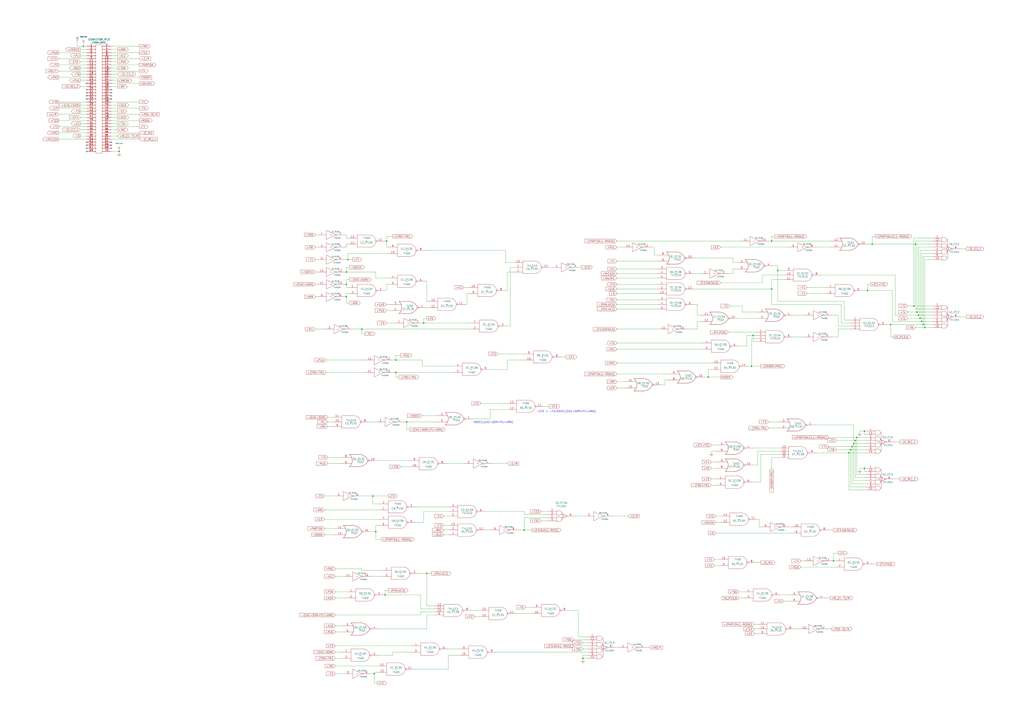
<source format=kicad_sch>
(kicad_sch (version 20250114) (generator "eeschema") (generator_version "9.0")
  (paper "A1")
  (title_block (date "2 aug 2016"))
  (text "-CF5 = -F2.INDICE.(CAC+SOM+PLI+ARA)" (at 440.69 339.09 0) (effects (font (size 1.524 1.524)) (justify left bottom)))
  (text "INDICE.(CAC+SOM+PLI+ARA)" (at 388.62 347.98 0) (effects (font (size 1.524 1.524)) (justify left bottom)))
  (junction (at 633.73 198.12))
  (junction (at 754.38 259.08))
  (junction (at 759.46 269.24))
  (junction (at 297.18 270.51))
  (junction (at 325.12 306.07))
  (junction (at 716.28 200.66))
  (junction (at 699.77 367.03))
  (junction (at 284.48 243.84))
  (junction (at 284.48 233.68))
  (junction (at 317.5 198.12))
  (junction (at 709.93 384.81))
  (junction (at 334.01 346.71))
  (junction (at 756.92 264.16))
  (junction (at 285.75 213.36))
  (junction (at 703.58 359.41))
  (junction (at 751.84 200.66))
  (junction (at 617.22 300.99))
  (junction (at 581.66 309.88))
  (junction (at 753.11 256.54))
  (junction (at 684.53 461.01))
  (junction (at 731.52 266.7))
  (junction (at 750.57 251.46))
  (junction (at 68.58 38.1))
  (junction (at 697.23 372.11))
  (junction (at 638.81 222.25))
  (junction (at 712.47 238.76))
  (junction (at 709.93 354.33))
  (junction (at 701.04 364.49))
  (junction (at 308.61 436.88))
  (junction (at 755.65 261.62))
  (junction (at 478.79 541.02))
  (junction (at 316.23 488.95))
  (junction (at 306.07 407.67))
  (junction (at 325.12 295.91))
  (junction (at 702.31 361.95))
  (junction (at 347.98 265.43))
  (junction (at 350.52 471.17))
  (junction (at 97.79 124.46))
  (junction (at 633.73 237.49))
  (junction (at 284.48 223.52))
  (junction (at 698.5 369.57))
  (junction (at 758.19 266.7))
  (junction (at 618.49 275.59))
  (junction (at 430.53 435.61))
  (junction (at 307.34 553.72))
  (no_connect (at 71.12 116.84))
  (no_connect (at 91.44 121.92))
  (no_connect (at 91.44 81.28))
  (no_connect (at 71.12 81.28))
  (no_connect (at 71.12 121.92))
  (no_connect (at 71.12 73.66))
  (no_connect (at 71.12 124.46))
  (no_connect (at 91.44 116.84))
  (no_connect (at 91.44 73.66))
  (no_connect (at 71.12 68.58))
  (no_connect (at 91.44 76.2))
  (no_connect (at 71.12 78.74))
  (no_connect (at 71.12 119.38))
  (no_connect (at 91.44 78.74))
  (no_connect (at 91.44 119.38))
  (no_connect (at 71.12 76.2))
  (wire (pts (xy 96.52 106.68) (xy 91.44 106.68)))
  (wire (pts (xy 619.76 516.89) (xy 622.3 516.89)))
  (wire (pts (xy 377.19 538.48) (xy 368.3 538.48)))
  (wire (pts (xy 765.81 198.12) (xy 751.84 198.12)))
  (wire (pts (xy 715.01 233.68) (xy 712.47 233.68)))
  (wire (pts (xy 280.67 519.43) (xy 275.59 519.43)))
  (wire (pts (xy 345.44 505.46) (xy 345.44 502.92)))
  (wire (pts (xy 716.28 200.66) (xy 751.84 200.66)))
  (wire (pts (xy 66.04 50.8) (xy 71.12 50.8)))
  (wire (pts (xy 618.49 280.67) (xy 618.49 275.59)))
  (wire (pts (xy 368.3 533.4) (xy 377.19 533.4)))
  (wire (pts (xy 275.59 547.37) (xy 309.88 547.37)))
  (wire (pts (xy 285.75 213.36) (xy 289.56 213.36)))
  (wire (pts (xy 266.7 407.67) (xy 274.32 407.67)))
  (wire (pts (xy 703.58 389.89) (xy 703.58 359.41)))
  (wire (pts (xy 506.73 281.94) (xy 576.58 281.94)))
  (wire (pts (xy 624.84 396.24) (xy 624.84 373.38)))
  (wire (pts (xy 337.82 535.94) (xy 322.58 535.94)))
  (wire (pts (xy 506.73 214.63) (xy 539.75 214.63)))
  (wire (pts (xy 709.93 387.35) (xy 709.93 384.81)))
  (wire (pts (xy 758.19 266.7) (xy 758.19 210.82)))
  (wire (pts (xy 698.5 369.57) (xy 698.5 400.05)))
  (wire (pts (xy 539.75 237.49) (xy 506.73 237.49)))
  (wire (pts (xy 633.73 198.12) (xy 681.99 198.12)))
  (wire (pts (xy 793.75 260.35) (xy 788.67 260.35)))
  (wire (pts (xy 266.7 434.34) (xy 274.32 434.34)))
  (wire (pts (xy 259.08 223.52) (xy 260.35 223.52)))
  (wire (pts (xy 601.98 215.9) (xy 604.52 215.9)))
  (wire (pts (xy 308.61 436.88) (xy 308.61 443.23)))
  (wire (pts (xy 114.3 68.58) (xy 91.44 68.58)))
  (wire (pts (xy 679.45 516.89) (xy 683.26 516.89)))
  (wire (pts (xy 750.57 195.58) (xy 765.81 195.58)))
  (wire (pts (xy 548.64 312.42) (xy 546.1 312.42)))
  (wire (pts (xy 546.1 316.23) (xy 543.56 316.23)))
  (wire (pts (xy 269.24 350.52) (xy 273.05 350.52)))
  (wire (pts (xy 285.75 208.28) (xy 285.75 213.36)))
  (wire (pts (xy 284.48 236.22) (xy 285.75 236.22)))
  (wire (pts (xy 570.23 212.09) (xy 601.98 212.09)))
  (wire (pts (xy 697.23 372.11) (xy 711.2 372.11)))
  (wire (pts (xy 756.92 264.16) (xy 765.81 264.16)))
  (wire (pts (xy 259.08 213.36) (xy 260.35 213.36)))
  (wire (pts (xy 48.26 109.22) (xy 71.12 109.22)))
  (wire (pts (xy 325.12 309.88) (xy 325.12 306.07)))
  (wire (pts (xy 275.59 553.72) (xy 281.94 553.72)))
  (wire (pts (xy 297.18 468.63) (xy 297.18 467.36)))
  (wire (pts (xy 114.3 38.1) (xy 91.44 38.1)))
  (wire (pts (xy 709.93 384.81) (xy 711.2 384.81)))
  (wire (pts (xy 430.53 425.45) (xy 430.53 435.61)))
  (wire (pts (xy 402.59 336.55) (xy 416.56 336.55)))
  (wire (pts (xy 731.52 276.86) (xy 734.06 276.86)))
  (wire (pts (xy 358.14 341.63) (xy 346.71 341.63)))
  (wire (pts (xy 626.11 226.06) (xy 626.11 232.41)))
  (wire (pts (xy 480.06 424.18) (xy 472.44 424.18)))
  (wire (pts (xy 618.49 382.27) (xy 622.3 382.27)))
  (wire (pts (xy 325.12 306.07) (xy 372.11 306.07)))
  (wire (pts (xy 699.77 397.51) (xy 699.77 367.03)))
  (wire (pts (xy 590.55 459.74) (xy 586.74 459.74)))
  (wire (pts (xy 758.19 210.82) (xy 765.81 210.82)))
  (wire (pts (xy 584.2 303.53) (xy 581.66 303.53)))
  (wire (pts (xy 297.18 467.36) (xy 275.59 467.36)))
  (wire (pts (xy 474.98 523.24) (xy 482.6 523.24)))
  (wire (pts (xy 284.48 229.87) (xy 284.48 233.68)))
  (wire (pts (xy 698.5 369.57) (xy 711.2 369.57)))
  (wire (pts (xy 349.25 231.14) (xy 350.52 231.14)))
  (wire (pts (xy 638.81 222.25) (xy 643.89 222.25)))
  (wire (pts (xy 660.4 461.01) (xy 657.86 461.01)))
  (wire (pts (xy 328.93 292.1) (xy 325.12 292.1)))
  (wire (pts (xy 284.48 219.71) (xy 284.48 223.52)))
  (wire (pts (xy 539.75 220.98) (xy 506.73 220.98)))
  (wire (pts (xy 308.61 431.8) (xy 311.15 431.8)))
  (wire (pts (xy 693.42 247.65) (xy 638.81 247.65)))
  (wire (pts (xy 364.49 431.8) (xy 368.3 431.8)))
  (wire (pts (xy 591.82 203.2) (xy 647.7 203.2)))
  (wire (pts (xy 68.58 38.1) (xy 71.12 38.1)))
  (wire (pts (xy 259.08 193.04) (xy 260.35 193.04)))
  (wire (pts (xy 346.71 265.43) (xy 347.98 265.43)))
  (wire (pts (xy 284.48 241.3) (xy 284.48 243.84)))
  (wire (pts (xy 297.18 407.67) (xy 306.07 407.67)))
  (wire (pts (xy 96.52 96.52) (xy 91.44 96.52)))
  (wire (pts (xy 303.53 346.71) (xy 308.61 346.71)))
  (wire (pts (xy 97.79 124.46) (xy 97.79 127)))
  (wire (pts (xy 284.48 200.66) (xy 284.48 203.2)))
  (wire (pts (xy 601.98 220.98) (xy 604.52 220.98)))
  (wire (pts (xy 317.5 238.76) (xy 317.5 233.68)))
  (wire (pts (xy 283.21 193.04) (xy 284.48 193.04)))
  (wire (pts (xy 698.5 400.05) (xy 711.2 400.05)))
  (wire (pts (xy 114.3 43.18) (xy 91.44 43.18)))
  (wire (pts (xy 382.27 250.19) (xy 383.54 250.19)))
  (wire (pts (xy 368.3 538.48) (xy 368.3 549.91)))
  (wire (pts (xy 474.98 501.65) (xy 474.98 523.24)))
  (wire (pts (xy 114.3 88.9) (xy 91.44 88.9)))
  (wire (pts (xy 66.04 71.12) (xy 71.12 71.12)))
  (wire (pts (xy 114.3 48.26) (xy 91.44 48.26)))
  (wire (pts (xy 416.56 223.52) (xy 421.64 223.52)))
  (wire (pts (xy 755.65 205.74) (xy 755.65 261.62)))
  (wire (pts (xy 415.29 205.74) (xy 349.25 205.74)))
  (wire (pts (xy 331.47 346.71) (xy 334.01 346.71)))
  (wire (pts (xy 408.94 290.83) (xy 430.53 290.83)))
  (wire (pts (xy 732.79 264.16) (xy 756.92 264.16)))
  (wire (pts (xy 450.85 334.01) (xy 447.04 334.01)))
  (wire (pts (xy 759.46 269.24) (xy 765.81 269.24)))
  (wire (pts (xy 96.52 55.88) (xy 91.44 55.88)))
  (wire (pts (xy 638.81 218.44) (xy 635 218.44)))
  (wire (pts (xy 316.23 485.14) (xy 316.23 488.95)))
  (wire (pts (xy 706.12 354.33) (xy 706.12 356.87)))
  (wire (pts (xy 96.52 66.04) (xy 91.44 66.04)))
  (wire (pts (xy 588.01 429.26) (xy 591.82 429.26)))
  (wire (pts (xy 633.73 237.49) (xy 633.73 250.19)))
  (wire (pts (xy 325.12 295.91) (xy 346.71 295.91)))
  (wire (pts (xy 626.11 232.41) (xy 591.82 232.41)))
  (wire (pts (xy 388.62 344.17) (xy 402.59 344.17)))
  (wire (pts (xy 669.29 349.25) (xy 701.04 349.25)))
  (wire (pts (xy 641.35 488.95) (xy 647.7 488.95)))
  (wire (pts (xy 280.67 541.02) (xy 275.59 541.02)))
  (wire (pts (xy 430.53 420.37) (xy 398.78 420.37)))
  (wire (pts (xy 334.01 353.06) (xy 336.55 353.06)))
  (wire (pts (xy 96.52 71.12) (xy 91.44 71.12)))
  (wire (pts (xy 622.3 513.08) (xy 619.76 513.08)))
  (wire (pts (xy 259.08 203.2) (xy 260.35 203.2)))
  (wire (pts (xy 279.4 375.92) (xy 269.24 375.92)))
  (wire (pts (xy 317.5 265.43) (xy 323.85 265.43)))
  (wire (pts (xy 297.18 270.51) (xy 386.08 270.51)))
  (wire (pts (xy 638.81 222.25) (xy 638.81 247.65)))
  (wire (pts (xy 464.82 293.37) (xy 461.01 293.37)))
  (wire (pts (xy 346.71 300.99) (xy 372.11 300.99)))
  (wire (pts (xy 709.93 354.33) (xy 711.2 354.33)))
  (wire (pts (xy 48.26 53.34) (xy 71.12 53.34)))
  (wire (pts (xy 416.56 295.91) (xy 430.53 295.91)))
  (wire (pts (xy 750.57 251.46) (xy 765.81 251.46)))
  (wire (pts (xy 478.79 538.48) (xy 478.79 541.02)))
  (wire (pts (xy 66.04 86.36) (xy 71.12 86.36)))
  (wire (pts (xy 506.73 318.77) (xy 513.08 318.77)))
  (wire (pts (xy 755.65 261.62) (xy 765.81 261.62)))
  (wire (pts (xy 322.58 194.31) (xy 317.5 194.31)))
  (wire (pts (xy 681.99 203.2) (xy 670.56 203.2)))
  (wire (pts (xy 539.75 224.79) (xy 506.73 224.79)))
  (wire (pts (xy 287.02 219.71) (xy 284.48 219.71)))
  (wire (pts (xy 283.21 223.52) (xy 284.48 223.52)))
  (wire (pts (xy 731.52 266.7) (xy 731.52 276.86)))
  (wire (pts (xy 308.61 228.6) (xy 318.77 228.6)))
  (wire (pts (xy 584.2 365.76) (xy 588.01 365.76)))
  (wire (pts (xy 638.81 218.44) (xy 638.81 222.25)))
  (wire (pts (xy 621.03 462.28) (xy 624.84 462.28)))
  (wire (pts (xy 633.73 229.87) (xy 633.73 237.49)))
  (wire (pts (xy 345.44 488.95) (xy 345.44 500.38)))
  (wire (pts (xy 317.5 194.31) (xy 317.5 198.12)))
  (wire (pts (xy 687.07 369.57) (xy 698.5 369.57)))
  (wire (pts (xy 430.53 435.61) (xy 436.88 435.61)))
  (wire (pts (xy 633.73 375.92) (xy 640.08 375.92)))
  (wire (pts (xy 508 532.13) (xy 505.46 532.13)))
  (wire (pts (xy 608.33 198.12) (xy 506.73 198.12)))
  (wire (pts (xy 584.2 370.84) (xy 588.01 370.84)))
  (wire (pts (xy 530.86 532.13) (xy 533.4 532.13)))
  (wire (pts (xy 66.04 91.44) (xy 71.12 91.44)))
  (wire (pts (xy 478.79 538.48) (xy 482.6 538.48)))
  (wire (pts (xy 336.55 378.46) (xy 309.88 378.46)))
  (wire (pts (xy 259.08 243.84) (xy 260.35 243.84)))
  (wire (pts (xy 402.59 303.53) (xy 416.56 303.53)))
  (wire (pts (xy 756.92 208.28) (xy 765.81 208.28)))
  (wire (pts (xy 308.61 223.52) (xy 308.61 228.6)))
  (wire (pts (xy 581.66 309.88) (xy 591.82 309.88)))
  (wire (pts (xy 732.79 238.76) (xy 732.79 264.16)))
  (wire (pts (xy 387.35 501.65) (xy 393.7 501.65)))
  (wire (pts (xy 688.34 259.08) (xy 683.26 259.08)))
  (wire (pts (xy 341.63 429.26) (xy 347.98 429.26)))
  (wire (pts (xy 539.75 250.19) (xy 506.73 250.19)))
  (wire (pts (xy 350.52 252.73) (xy 351.79 252.73)))
  (wire (pts (xy 97.79 123.19) (xy 97.79 124.46)))
  (wire (pts (xy 709.93 356.87) (xy 709.93 354.33)))
  (wire (pts (xy 758.19 266.7) (xy 765.81 266.7)))
  (wire (pts (xy 588.01 393.7) (xy 584.2 393.7)))
  (wire (pts (xy 347.98 261.62) (xy 347.98 265.43)))
  (wire (pts (xy 114.3 83.82) (xy 91.44 83.82)))
  (wire (pts (xy 269.24 342.9) (xy 273.05 342.9)))
  (wire (pts (xy 572.77 250.19) (xy 570.23 250.19)))
  (wire (pts (xy 307.34 552.45) (xy 307.34 553.72)))
  (wire (pts (xy 313.69 473.71) (xy 304.8 473.71)))
  (wire (pts (xy 633.73 250.19) (xy 690.88 250.19)))
  (wire (pts (xy 316.23 238.76) (xy 317.5 238.76)))
  (wire (pts (xy 347.98 429.26) (xy 347.98 420.37)))
  (wire (pts (xy 684.53 454.66) (xy 684.53 461.01)))
  (wire (pts (xy 607.06 491.49) (xy 610.87 491.49)))
  (wire (pts (xy 449.58 425.45) (xy 430.53 425.45)))
  (wire (pts (xy 711.2 356.87) (xy 709.93 356.87)))
  (wire (pts (xy 285.75 200.66) (xy 284.48 200.66)))
  (wire (pts (xy 633.73 229.87) (xy 643.89 229.87)))
  (wire (pts (xy 624.84 373.38) (xy 640.08 373.38)))
  (wire (pts (xy 96.52 50.8) (xy 91.44 50.8)))
  (wire (pts (xy 299.72 274.32) (xy 297.18 274.32)))
  (wire (pts (xy 633.73 384.81) (xy 633.73 375.92)))
  (wire (pts (xy 745.49 256.54) (xy 753.11 256.54)))
  (wire (pts (xy 96.52 60.96) (xy 91.44 60.96)))
  (wire (pts (xy 754.38 259.08) (xy 765.81 259.08)))
  (wire (pts (xy 609.6 256.54) (xy 621.03 256.54)))
  (wire (pts (xy 63.5 38.1) (xy 68.58 38.1)))
  (wire (pts (xy 539.75 241.3) (xy 506.73 241.3)))
  (wire (pts (xy 66.04 66.04) (xy 71.12 66.04)))
  (wire (pts (xy 259.08 270.51) (xy 266.7 270.51)))
  (wire (pts (xy 266.7 426.72) (xy 311.15 426.72)))
  (wire (pts (xy 266.7 439.42) (xy 274.32 439.42)))
  (wire (pts (xy 48.26 63.5) (xy 71.12 63.5)))
  (wire (pts (xy 734.06 363.22) (xy 739.14 363.22)))
  (wire (pts (xy 287.02 229.87) (xy 284.48 229.87)))
  (wire (pts (xy 636.27 194.31) (xy 633.73 194.31)))
  (wire (pts (xy 680.72 367.03) (xy 699.77 367.03)))
  (wire (pts (xy 688.34 276.86) (xy 688.34 270.51)))
  (wire (pts (xy 622.3 370.84) (xy 640.08 370.84)))
  (wire (pts (xy 425.45 435.61) (xy 430.53 435.61)))
  (wire (pts (xy 753.11 200.66) (xy 753.11 256.54)))
  (wire (pts (xy 364.49 439.42) (xy 368.3 439.42)))
  (wire (pts (xy 623.57 433.07) (xy 624.84 433.07)))
  (wire (pts (xy 345.44 502.92) (xy 356.87 502.92)))
  (wire (pts (xy 751.84 198.12) (xy 751.84 200.66)))
  (wire (pts (xy 114.3 53.34) (xy 91.44 53.34)))
  (wire (pts (xy 622.3 426.72) (xy 623.57 426.72)))
  (wire (pts (xy 572.77 270.51) (xy 572.77 264.16)))
  (wire (pts (xy 304.8 436.88) (xy 308.61 436.88)))
  (wire (pts (xy 617.22 278.13) (xy 621.03 278.13)))
  (wire (pts (xy 688.34 267.97) (xy 688.34 259.08)))
  (wire (pts (xy 711.2 387.35) (xy 709.93 387.35)))
  (wire (pts (xy 701.04 394.97) (xy 711.2 394.97)))
  (wire (pts (xy 419.1 267.97) (xy 416.56 267.97)))
  (wire (pts (xy 96.52 111.76) (xy 91.44 111.76)))
  (wire (pts (xy 402.59 344.17) (xy 402.59 336.55)))
  (wire (pts (xy 572.77 264.16) (xy 575.31 264.16)))
  (wire (pts (xy 678.18 491.49) (xy 681.99 491.49)))
  (wire (pts (xy 572.77 250.19) (xy 572.77 259.08)))
  (wire (pts (xy 283.21 213.36) (xy 285.75 213.36)))
  (wire (pts (xy 350.52 505.46) (xy 356.87 505.46)))
  (wire (pts (xy 765.81 203.2) (xy 754.38 203.2)))
  (wire (pts (xy 285.75 241.3) (xy 284.48 241.3)))
  (wire (pts (xy 320.04 250.19) (xy 317.5 250.19)))
  (wire (pts (xy 750.57 251.46) (xy 750.57 195.58)))
  (wire (pts (xy 584.2 384.81) (xy 588.01 384.81)))
  (wire (pts (xy 570.23 237.49) (xy 633.73 237.49)))
  (wire (pts (xy 482.6 535.94) (xy 407.67 535.94)))
  (wire (pts (xy 539.75 254) (xy 506.73 254)))
  (wire (pts (xy 346.71 295.91) (xy 346.71 300.99)))
  (wire (pts (xy 325.12 292.1) (xy 325.12 295.91)))
  (wire (pts (xy 515.62 424.18) (xy 502.92 424.18)))
  (wire (pts (xy 471.17 530.86) (xy 482.6 530.86)))
  (wire (pts (xy 66.04 40.64) (xy 71.12 40.64)))
  (wire (pts (xy 48.26 99.06) (xy 71.12 99.06)))
  (wire (pts (xy 631.19 198.12) (xy 633.73 198.12)))
  (wire (pts (xy 759.46 213.36) (xy 759.46 269.24)))
  (wire (pts (xy 731.52 266.7) (xy 758.19 266.7)))
  (wire (pts (xy 269.24 381) (xy 279.4 381)))
  (wire (pts (xy 572.77 259.08) (xy 575.31 259.08)))
  (wire (pts (xy 614.68 300.99) (xy 617.22 300.99)))
  (wire (pts (xy 416.56 238.76) (xy 416.56 223.52)))
  (wire (pts (xy 684.53 461.01) (xy 685.8 461.01)))
  (wire (pts (xy 289.56 270.51) (xy 297.18 270.51)))
  (wire (pts (xy 364.49 424.18) (xy 368.3 424.18)))
  (wire (pts (xy 618.49 396.24) (xy 624.84 396.24)))
  (wire (pts (xy 66.04 55.88) (xy 71.12 55.88)))
  (wire (pts (xy 683.26 276.86) (xy 688.34 276.86)))
  (wire (pts (xy 506.73 203.2) (xy 511.81 203.2)))
  (wire (pts (xy 541.02 270.51) (xy 506.73 270.51)))
  (wire (pts (xy 96.52 101.6) (xy 91.44 101.6)))
  (wire (pts (xy 284.48 243.84) (xy 284.48 248.92)))
  (wire (pts (xy 563.88 270.51) (xy 572.77 270.51)))
  (wire (pts (xy 334.01 346.71) (xy 334.01 353.06)))
  (wire (pts (xy 711.2 392.43) (xy 702.31 392.43)))
  (wire (pts (xy 662.94 241.3) (xy 678.18 241.3)))
  (wire (pts (xy 449.58 422.91) (xy 430.53 422.91)))
  (wire (pts (xy 660.4 259.08) (xy 651.51 259.08)))
  (wire (pts (xy 66.04 45.72) (xy 71.12 45.72)))
  (wire (pts (xy 309.88 552.45) (xy 307.34 552.45)))
  (wire (pts (xy 306.07 407.67) (xy 318.77 407.67)))
  (wire (pts (xy 317.5 198.12) (xy 317.5 203.2)))
  (wire (pts (xy 96.52 91.44) (xy 91.44 91.44)))
  (wire (pts (xy 334.01 346.71) (xy 358.14 346.71)))
  (wire (pts (xy 712.47 238.76) (xy 732.79 238.76)))
  (wire (pts (xy 698.5 267.97) (xy 688.34 267.97)))
  (wire (pts (xy 311.15 516.89) (xy 350.52 516.89)))
  (wire (pts (xy 345.44 500.38) (xy 356.87 500.38)))
  (wire (pts (xy 702.31 361.95) (xy 711.2 361.95)))
  (wire (pts (xy 735.33 259.08) (xy 754.38 259.08)))
  (wire (pts (xy 718.82 194.31) (xy 716.28 194.31)))
  (wire (pts (xy 416.56 303.53) (xy 416.56 295.91)))
  (wire (pts (xy 284.48 248.92) (xy 287.02 248.92)))
  (wire (pts (xy 267.97 295.91) (xy 299.72 295.91)))
  (wire (pts (xy 317.5 255.27) (xy 320.04 255.27)))
  (wire (pts (xy 570.23 224.79) (xy 575.31 224.79)))
  (wire (pts (xy 311.15 414.02) (xy 306.07 414.02)))
  (wire (pts (xy 711.2 364.49) (xy 701.04 364.49)))
  (wire (pts (xy 48.26 43.18) (xy 71.12 43.18)))
  (wire (pts (xy 273.05 346.71) (xy 269.24 346.71)))
  (wire (pts (xy 478.79 533.4) (xy 482.6 533.4)))
  (wire (pts (xy 96.52 86.36) (xy 91.44 86.36)))
  (wire (pts (xy 693.42 262.89) (xy 693.42 247.65)))
  (wire (pts (xy 701.04 364.49) (xy 701.04 394.97)))
  (wire (pts (xy 48.26 104.14) (xy 71.12 104.14)))
  (wire (pts (xy 419.1 219.71) (xy 419.1 267.97)))
  (wire (pts (xy 68.58 35.56) (xy 68.58 38.1)))
  (wire (pts (xy 477.52 219.71) (xy 476.25 219.71)))
  (wire (pts (xy 680.72 359.41) (xy 703.58 359.41)))
  (wire (pts (xy 650.24 433.07) (xy 647.7 433.07)))
  (wire (pts (xy 688.34 270.51) (xy 698.5 270.51)))
  (wire (pts (xy 402.59 435.61) (xy 398.78 435.61)))
  (wire (pts (xy 350.52 261.62) (xy 347.98 261.62)))
  (wire (pts (xy 416.56 381) (xy 403.86 381)))
  (wire (pts (xy 327.66 309.88) (xy 325.12 309.88)))
  (wire (pts (xy 314.96 488.95) (xy 316.23 488.95)))
  (wire (pts (xy 267.97 306.07) (xy 299.72 306.07)))
  (wire (pts (xy 539.75 228.6) (xy 506.73 228.6)))
  (wire (pts (xy 745.49 261.62) (xy 755.65 261.62)))
  (wire (pts (xy 478.79 541.02) (xy 478.79 543.56)))
  (wire (pts (xy 753.11 256.54) (xy 765.81 256.54)))
  (wire (pts (xy 48.26 83.82) (xy 71.12 83.82)))
  (wire (pts (xy 657.86 466.09) (xy 685.8 466.09)))
  (wire (pts (xy 364.49 435.61) (xy 368.3 435.61)))
  (wire (pts (xy 313.69 468.63) (xy 297.18 468.63)))
  (wire (pts (xy 708.66 238.76) (xy 712.47 238.76)))
  (wire (pts (xy 66.04 60.96) (xy 71.12 60.96)))
  (wire (pts (xy 350.52 516.89) (xy 350.52 505.46)))
  (wire (pts (xy 430.53 422.91) (xy 430.53 420.37)))
  (wire (pts (xy 114.3 58.42) (xy 91.44 58.42)))
  (wire (pts (xy 712.47 233.68) (xy 712.47 238.76)))
  (wire (pts (xy 275.59 486.41) (xy 284.48 486.41)))
  (wire (pts (xy 788.67 204.47) (xy 793.75 204.47)))
  (wire (pts (xy 284.48 491.49) (xy 275.59 491.49)))
  (wire (pts (xy 96.52 40.64) (xy 91.44 40.64)))
  (wire (pts (xy 643.89 494.03) (xy 647.7 494.03)))
  (wire (pts (xy 350.52 247.65) (xy 351.79 247.65)))
  (wire (pts (xy 546.1 312.42) (xy 546.1 316.23)))
  (wire (pts (xy 322.58 538.48) (xy 311.15 538.48)))
  (wire (pts (xy 381 236.22) (xy 384.81 236.22)))
  (wire (pts (xy 317.5 198.12) (xy 316.23 198.12)))
  (wire (pts (xy 444.5 427.99) (xy 449.58 427.99)))
  (wire (pts (xy 482.6 541.02) (xy 478.79 541.02)))
  (wire (pts (xy 383.54 241.3) (xy 384.81 241.3)))
  (wire (pts (xy 698.5 262.89) (xy 693.42 262.89)))
  (wire (pts (xy 48.26 93.98) (xy 71.12 93.98)))
  (wire (pts (xy 631.19 351.79) (xy 638.81 351.79)))
  (wire (pts (xy 316.23 488.95) (xy 345.44 488.95)))
  (wire (pts (xy 48.26 48.26) (xy 71.12 48.26)))
  (wire (pts (xy 619.76 520.7) (xy 622.3 520.7)))
  (wire (pts (xy 588.01 379.73) (xy 584.2 379.73)))
  (wire (pts (xy 322.58 535.94) (xy 322.58 538.48)))
  (wire (pts (xy 702.31 392.43) (xy 702.31 361.95)))
  (wire (pts (xy 711.2 402.59) (xy 697.23 402.59)))
  (wire (pts (xy 421.64 219.71) (xy 419.1 219.71)))
  (wire (pts (xy 765.81 200.66) (xy 753.11 200.66)))
  (wire (pts (xy 576.58 287.02) (xy 506.73 287.02)))
  (wire (pts (xy 449.58 420.37) (xy 444.5 420.37)))
  (wire (pts (xy 751.84 269.24) (xy 759.46 269.24)))
  (wire (pts (xy 275.59 514.35) (xy 280.67 514.35)))
  (wire (pts (xy 613.41 275.59) (xy 613.41 284.48)))
  (wire (pts (xy 383.54 250.19) (xy 383.54 241.3)))
  (wire (pts (xy 415.29 238.76) (xy 416.56 238.76)))
  (wire (pts (xy 266.7 419.1) (xy 311.15 419.1)))
  (wire (pts (xy 712.47 200.66) (xy 716.28 200.66)))
  (wire (pts (xy 114.3 63.5) (xy 91.44 63.5)))
  (wire (pts (xy 114.3 114.3) (xy 91.44 114.3)))
  (wire (pts (xy 322.58 306.07) (xy 325.12 306.07)))
  (wire (pts (xy 478.79 528.32) (xy 482.6 528.32)))
  (wire (pts (xy 318.77 485.14) (xy 316.23 485.14)))
  (wire (pts (xy 684.53 454.66) (xy 688.34 454.66)))
  (wire (pts (xy 394.97 331.47) (xy 416.56 331.47)))
  (wire (pts (xy 613.41 284.48) (xy 607.06 284.48)))
  (wire (pts (xy 579.12 309.88) (xy 581.66 309.88)))
  (wire (pts (xy 259.08 233.68) (xy 260.35 233.68)))
  (wire (pts (xy 617.22 300.99) (xy 624.84 300.99)))
  (wire (pts (xy 687.07 361.95) (xy 702.31 361.95)))
  (wire (pts (xy 368.3 549.91) (xy 340.36 549.91)))
  (wire (pts (xy 328.93 383.54) (xy 336.55 383.54)))
  (wire (pts (xy 96.52 45.72) (xy 91.44 45.72)))
  (wire (pts (xy 633.73 194.31) (xy 633.73 198.12)))
  (wire (pts (xy 275.59 535.94) (xy 280.67 535.94)))
  (wire (pts (xy 601.98 224.79) (xy 601.98 220.98)))
  (wire (pts (xy 66.04 101.6) (xy 71.12 101.6)))
  (wire (pts (xy 350.52 497.84) (xy 356.87 497.84)))
  (wire (pts (xy 537.21 209.55) (xy 539.75 209.55)))
  (wire (pts (xy 621.03 273.05) (xy 598.17 273.05)))
  (wire (pts (xy 307.34 553.72) (xy 304.8 553.72)))
  (wire (pts (xy 317.5 233.68) (xy 318.77 233.68)))
  (wire (pts (xy 537.21 203.2) (xy 537.21 209.55)))
  (wire (pts (xy 720.09 463.55) (xy 716.28 463.55)))
  (wire (pts (xy 670.56 372.11) (xy 697.23 372.11)))
  (wire (pts (xy 621.03 261.62) (xy 605.79 261.62)))
  (wire (pts (xy 347.98 420.37) (xy 368.3 420.37)))
  (wire (pts (xy 431.8 499.11) (xy 436.88 499.11)))
  (wire (pts (xy 350.52 471.17) (xy 354.33 471.17)))
  (wire (pts (xy 307.34 561.34) (xy 309.88 561.34)))
  (wire (pts (xy 350.52 231.14) (xy 350.52 247.65)))
  (wire (pts (xy 618.49 275.59) (xy 621.03 275.59)))
  (wire (pts (xy 706.12 354.33) (xy 709.93 354.33)))
  (wire (pts (xy 690.88 265.43) (xy 698.5 265.43)))
  (wire (pts (xy 347.98 265.43) (xy 386.08 265.43)))
  (wire (pts (xy 697.23 402.59) (xy 697.23 372.11)))
  (wire (pts (xy 683.26 461.01) (xy 684.53 461.01)))
  (wire (pts (xy 586.74 464.82) (xy 590.55 464.82)))
  (wire (pts (xy 728.98 266.7) (xy 731.52 266.7)))
  (wire (pts (xy 765.81 213.36) (xy 759.46 213.36)))
  (wire (pts (xy 114.3 99.06) (xy 91.44 99.06)))
  (wire (pts (xy 622.3 382.27) (xy 622.3 370.84)))
  (wire (pts (xy 114.3 109.22) (xy 91.44 109.22)))
  (wire (pts (xy 591.82 424.18) (xy 588.01 424.18)))
  (wire (pts (xy 751.84 200.66) (xy 751.84 254)))
  (wire (pts (xy 643.89 226.06) (xy 626.11 226.06)))
  (wire (pts (xy 322.58 295.91) (xy 325.12 295.91)))
  (wire (pts (xy 581.66 303.53) (xy 581.66 309.88)))
  (wire (pts (xy 71.12 111.76) (xy 66.04 111.76)))
  (wire (pts (xy 618.49 368.3) (xy 640.08 368.3)))
  (wire (pts (xy 114.3 93.98) (xy 91.44 93.98)))
  (wire (pts (xy 281.94 473.71) (xy 275.59 473.71)))
  (wire (pts (xy 308.61 443.23) (xy 313.69 443.23)))
  (wire (pts (xy 308.61 431.8) (xy 308.61 436.88)))
  (wire (pts (xy 601.98 212.09) (xy 601.98 215.9)))
  (wire (pts (xy 617.22 278.13) (xy 617.22 300.99)))
  (wire (pts (xy 306.07 414.02) (xy 306.07 407.67)))
  (wire (pts (xy 711.2 397.51) (xy 699.77 397.51)))
  (wire (pts (xy 754.38 203.2) (xy 754.38 259.08)))
  (wire (pts (xy 656.59 516.89) (xy 652.78 516.89)))
  (wire (pts (xy 307.34 553.72) (xy 307.34 561.34)))
  (wire (pts (xy 318.77 208.28) (xy 285.75 208.28)))
  (wire (pts (xy 453.39 219.71) (xy 452.12 219.71)))
  (wire (pts (xy 539.75 246.38) (xy 506.73 246.38)))
  (wire (pts (xy 735.33 226.06) (xy 674.37 226.06)))
  (wire (pts (xy 539.75 233.68) (xy 506.73 233.68)))
  (wire (pts (xy 756.92 208.28) (xy 756.92 264.16)))
  (wire (pts (xy 584.2 398.78) (xy 588.01 398.78)))
  (wire (pts (xy 690.88 250.19) (xy 690.88 265.43)))
  (wire (pts (xy 284.48 223.52) (xy 308.61 223.52)))
  (wire (pts (xy 436.88 504.19) (xy 424.18 504.19)))
  (wire (pts (xy 716.28 194.31) (xy 716.28 200.66)))
  (wire (pts (xy 711.2 389.89) (xy 703.58 389.89)))
  (wire (pts (xy 350.52 471.17) (xy 350.52 497.84)))
  (wire (pts (xy 114.3 104.14) (xy 91.44 104.14)))
  (wire (pts (xy 631.19 346.71) (xy 638.81 346.71)))
  (wire (pts (xy 63.5 38.1) (xy 63.5 34.29)))
  (wire (pts (xy 621.03 280.67) (xy 618.49 280.67)))
  (wire (pts (xy 71.12 106.68) (xy 66.04 106.68)))
  (wire (pts (xy 344.17 471.17) (xy 350.52 471.17)))
  (wire (pts (xy 684.53 435.61) (xy 680.72 435.61)))
  (wire (pts (xy 421.64 215.9) (xy 415.29 215.9)))
  (wire (pts (xy 297.18 274.32) (xy 297.18 270.51)))
  (wire (pts (xy 467.36 501.65) (xy 474.98 501.65)))
  (wire (pts (xy 284.48 203.2) (xy 283.21 203.2)))
  (wire (pts (xy 739.14 393.7) (xy 734.06 393.7)))
  (wire (pts (xy 613.41 275.59) (xy 618.49 275.59)))
  (wire (pts (xy 415.29 215.9) (xy 415.29 205.74)))
  (wire (pts (xy 699.77 367.03) (xy 711.2 367.03)))
  (wire (pts (xy 284.48 233.68) (xy 283.21 233.68)))
  (wire (pts (xy 609.6 251.46) (xy 609.6 256.54)))
  (wire (pts (xy 701.04 349.25) (xy 701.04 364.49)))
  (wire (pts (xy 381 381) (xy 367.03 381)))
  (wire (pts (xy 284.48 233.68) (xy 284.48 236.22)))
  (wire (pts (xy 317.5 203.2) (xy 318.77 203.2)))
  (wire (pts (xy 284.48 195.58) (xy 285.75 195.58)))
  (wire (pts (xy 706.12 384.81) (xy 709.93 384.81)))
  (wire (pts (xy 588.01 438.15) (xy 650.24 438.15)))
  (wire (pts (xy 584.2 373.38) (xy 584.2 370.84)))
  (wire (pts (xy 735.33 226.06) (xy 735.33 259.08)))
  (wire (pts (xy 471.17 525.78) (xy 482.6 525.78)))
  (wire (pts (xy 534.67 203.2) (xy 537.21 203.2)))
  (wire (pts (xy 706.12 384.81) (xy 706.12 387.35)))
  (wire (pts (xy 48.26 88.9) (xy 71.12 88.9)))
  (wire (pts (xy 623.57 426.72) (xy 623.57 433.07)))
  (wire (pts (xy 703.58 359.41) (xy 711.2 359.41)))
  (wire (pts (xy 751.84 254) (xy 765.81 254)))
  (wire (pts (xy 48.26 58.42) (xy 71.12 58.42)))
  (wire (pts (xy 389.89 506.73) (xy 393.7 506.73)))
  (wire (pts (xy 610.87 486.41) (xy 607.06 486.41)))
  (wire (pts (xy 598.17 224.79) (xy 601.98 224.79)))
  (wire (pts (xy 368.3 416.56) (xy 341.63 416.56)))
  (wire (pts (xy 275.59 505.46) (xy 345.44 505.46)))
  (wire (pts (xy 284.48 193.04) (xy 284.48 195.58)))
  (wire (pts (xy 745.49 251.46) (xy 750.57 251.46)))
  (wire (pts (xy 48.26 114.3) (xy 71.12 114.3)))
  (wire (pts (xy 765.81 205.74) (xy 755.65 205.74)))
  (wire (pts (xy 91.44 124.46) (xy 97.79 124.46)))
  (wire (pts (xy 66.04 96.52) (xy 71.12 96.52)))
  (wire (pts (xy 651.51 276.86) (xy 660.4 276.86)))
  (wire (pts (xy 599.44 251.46) (xy 609.6 251.46)))
  (wire (pts (xy 506.73 298.45) (xy 584.2 298.45)))
  (wire (pts (xy 506.73 307.34) (xy 548.64 307.34)))
  (wire (pts (xy 275.59 530.86) (xy 337.82 530.86)))
  (wire (pts (xy 678.18 236.22) (xy 662.94 236.22)))
  (wire (pts (xy 284.48 243.84) (xy 283.21 243.84)))
  (wire (pts (xy 513.08 313.69) (xy 506.73 313.69)))
  (global_label "+CP" (shape input) (at 506.73 318.77 180) (effects (font (size 1.524 1.524))) (property "Intersheetrefs" "${INTERSHEET_REFS}" (effects (hide yes))))
  (global_label "-PLI" (shape input) (at 269.24 346.71 180) (effects (font (size 1.524 1.524))) (property "Intersheetrefs" "${INTERSHEET_REFS}" (effects (hide yes))))
  (global_label "-CF3" (shape input) (at 48.26 48.26 180) (effects (font (size 1.524 1.524))) (property "Intersheetrefs" "${INTERSHEET_REFS}" (effects (hide yes))))
  (global_label "-F2" (shape input) (at 599.44 251.46 180) (effects (font (size 1.524 1.524))) (property "Intersheetrefs" "${INTERSHEET_REFS}" (effects (hide yes))))
  (global_label "+F4" (shape input) (at 584.2 379.73 180) (effects (font (size 1.524 1.524))) (property "Intersheetrefs" "${INTERSHEET_REFS}" (effects (hide yes))))
  (global_label "+ARA" (shape input) (at 266.7 419.1 180) (effects (font (size 1.524 1.524))) (property "Intersheetrefs" "${INTERSHEET_REFS}" (effects (hide yes))))
  (global_label "+INDICE" (shape input) (at 259.08 223.52 180) (effects (font (size 1.524 1.524))) (property "Intersheetrefs" "${INTERSHEET_REFS}" (effects (hide yes))))
  (global_label "-CF5" (shape output) (at 450.85 334.01 0) (effects (font (size 1.524 1.524))) (property "Intersheetrefs" "${INTERSHEET_REFS}" (effects (hide yes))))
  (global_label "+PUG" (shape input) (at 275.59 519.43 180) (effects (font (size 1.524 1.524))) (property "Intersheetrefs" "${INTERSHEET_REFS}" (effects (hide yes))))
  (global_label "+(CAC+SOM)" (shape output) (at 66.04 86.36 180) (effects (font (size 1.524 1.524))) (property "Intersheetrefs" "${INTERSHEET_REFS}" (effects (hide yes))))
  (global_label "+TRO" (shape output) (at 114.3 38.1 0) (effects (font (size 1.524 1.524))) (property "Intersheetrefs" "${INTERSHEET_REFS}" (effects (hide yes))))
  (global_label "-PLI" (shape output) (at 299.72 274.32 0) (effects (font (size 1.524 1.524))) (property "Intersheetrefs" "${INTERSHEET_REFS}" (effects (hide yes))))
  (global_label "+F2" (shape input) (at 389.89 506.73 180) (effects (font (size 1.524 1.524))) (property "Intersheetrefs" "${INTERSHEET_REFS}" (effects (hide yes))))
  (global_label "-(PARTIDA.(-RODA))" (shape output) (at 636.27 194.31 0) (effects (font (size 1.524 1.524))) (property "Intersheetrefs" "${INTERSHEET_REFS}" (effects (hide yes))))
  (global_label "-F2" (shape input) (at 662.94 241.3 180) (effects (font (size 1.524 1.524))) (property "Intersheetrefs" "${INTERSHEET_REFS}" (effects (hide yes))))
  (global_label "-(TRO+TRI)" (shape input) (at 275.59 541.02 180) (effects (font (size 1.524 1.524))) (property "Intersheetrefs" "${INTERSHEET_REFS}" (effects (hide yes))))
  (global_label "+PUG" (shape input) (at 317.5 255.27 180) (effects (font (size 1.524 1.524))) (property "Intersheetrefs" "${INTERSHEET_REFS}" (effects (hide yes))))
  (global_label "+T34" (shape output) (at 96.52 101.6 0) (effects (font (size 1.524 1.524))) (property "Intersheetrefs" "${INTERSHEET_REFS}" (effects (hide yes))))
  (global_label "-(TRO+TRI)" (shape output) (at 327.66 309.88 0) (effects (font (size 1.524 1.524))) (property "Intersheetrefs" "${INTERSHEET_REFS}" (effects (hide yes))))
  (global_label "+(CAC+SOM)" (shape input) (at 259.08 233.68 180) (effects (font (size 1.524 1.524))) (property "Intersheetrefs" "${INTERSHEET_REFS}" (effects (hide yes))))
  (global_label "+T6" (shape output) (at 66.04 60.96 180) (effects (font (size 1.524 1.524))) (property "Intersheetrefs" "${INTERSHEET_REFS}" (effects (hide yes))))
  (global_label "+F2" (shape input) (at 381 236.22 180) (effects (font (size 1.524 1.524))) (property "Intersheetrefs" "${INTERSHEET_REFS}" (effects (hide yes))))
  (global_label "+T6" (shape input) (at 751.84 269.24 180) (effects (font (size 1.524 1.524))) (property "Intersheetrefs" "${INTERSHEET_REFS}" (effects (hide yes))))
  (global_label "-F1" (shape input) (at 506.73 214.63 180) (effects (font (size 1.524 1.524))) (property "Intersheetrefs" "${INTERSHEET_REFS}" (effects (hide yes))))
  (global_label "-F3" (shape output) (at 66.04 91.44 180) (effects (font (size 1.524 1.524))) (property "Intersheetrefs" "${INTERSHEET_REFS}" (effects (hide yes))))
  (global_label "+T4" (shape output) (at 114.3 58.42 0) (effects (font (size 1.524 1.524))) (property "Intersheetrefs" "${INTERSHEET_REFS}" (effects (hide yes))))
  (global_label "+F2" (shape input) (at 588.01 424.18 180) (effects (font (size 1.524 1.524))) (property "Intersheetrefs" "${INTERSHEET_REFS}" (effects (hide yes))))
  (global_label "-F4" (shape input) (at 657.86 461.01 180) (effects (font (size 1.524 1.524))) (property "Intersheetrefs" "${INTERSHEET_REFS}" (effects (hide yes))))
  (global_label "-CF4" (shape output) (at 464.82 293.37 0) (effects (font (size 1.524 1.524))) (property "Intersheetrefs" "${INTERSHEET_REFS}" (effects (hide yes))))
  (global_label "+INDICE" (shape output) (at 66.04 40.64 180) (effects (font (size 1.524 1.524))) (property "Intersheetrefs" "${INTERSHEET_REFS}" (effects (hide yes))))
  (global_label "-(C_RE)_1" (shape input) (at 114.3 114.3 0) (effects (font (size 1.524 1.524))) (property "Intersheetrefs" "${INTERSHEET_REFS}" (effects (hide yes))))
  (global_label "+PUL" (shape output) (at 66.04 66.04 180) (effects (font (size 1.524 1.524))) (property "Intersheetrefs" "${INTERSHEET_REFS}" (effects (hide yes))))
  (global_label "+F5" (shape output) (at 350.52 261.62 0) (effects (font (size 1.524 1.524))) (property "Intersheetrefs" "${INTERSHEET_REFS}" (effects (hide yes))))
  (global_label "-F5" (shape input) (at 431.8 499.11 180) (effects (font (size 1.524 1.524))) (property "Intersheetrefs" "${INTERSHEET_REFS}" (effects (hide yes))))
  (global_label "+T1" (shape input) (at 586.74 459.74 180) (effects (font (size 1.524 1.524))) (property "Intersheetrefs" "${INTERSHEET_REFS}" (effects (hide yes))))
  (global_label "+F3" (shape output) (at 318.77 407.67 0) (effects (font (size 1.524 1.524))) (property "Intersheetrefs" "${INTERSHEET_REFS}" (effects (hide yes))))
  (global_label "-ACZ" (shape input) (at 275.59 473.71 180) (effects (font (size 1.524 1.524))) (property "Intersheetrefs" "${INTERSHEET_REFS}" (effects (hide yes))))
  (global_label "-INDICE" (shape input) (at 346.71 341.63 180) (effects (font (size 1.524 1.524))) (property "Intersheetrefs" "${INTERSHEET_REFS}" (effects (hide yes))))
  (global_label "+F1" (shape input) (at 586.74 464.82 180) (effects (font (size 1.524 1.524))) (property "Intersheetrefs" "${INTERSHEET_REFS}" (effects (hide yes))))
  (global_label "+T23" (shape input) (at 328.93 383.54 180) (effects (font (size 1.524 1.524))) (property "Intersheetrefs" "${INTERSHEET_REFS}" (effects (hide yes))))
  (global_label "+IME" (shape input) (at 275.59 547.37 180) (effects (font (size 1.524 1.524))) (property "Intersheetrefs" "${INTERSHEET_REFS}" (effects (hide yes))))
  (global_label "+PUG" (shape input) (at 657.86 466.09 180) (effects (font (size 1.524 1.524))) (property "Intersheetrefs" "${INTERSHEET_REFS}" (effects (hide yes))))
  (global_label "-(CAC+SOM)" (shape input) (at 275.59 535.94 180) (effects (font (size 1.524 1.524))) (property "Intersheetrefs" "${INTERSHEET_REFS}" (effects (hide yes))))
  (global_label "+PLI" (shape input) (at 506.73 287.02 180) (effects (font (size 1.524 1.524))) (property "Intersheetrefs" "${INTERSHEET_REFS}" (effects (hide yes))))
  (global_label "-F3" (shape input) (at 269.24 375.92 180) (effects (font (size 1.524 1.524))) (property "Intersheetrefs" "${INTERSHEET_REFS}" (effects (hide yes))))
  (global_label "+PUG" (shape output) (at 48.26 43.18 180) (effects (font (size 1.524 1.524))) (property "Intersheetrefs" "${INTERSHEET_REFS}" (effects (hide yes))))
  (global_label "-RDZ" (shape output) (at 66.04 55.88 180) (effects (font (size 1.524 1.524))) (property "Intersheetrefs" "${INTERSHEET_REFS}" (effects (hide yes))))
  (global_label "-PLI" (shape input) (at 506.73 246.38 180) (effects (font (size 1.524 1.524))) (property "Intersheetrefs" "${INTERSHEET_REFS}" (effects (hide yes))))
  (global_label "+SUS" (shape input) (at 317.5 250.19 180) (effects (font (size 1.524 1.524))) (property "Intersheetrefs" "${INTERSHEET_REFS}" (effects (hide yes))))
  (global_label "+F5" (shape input) (at 506.73 281.94 180) (effects (font (size 1.524 1.524))) (property "Intersheetrefs" "${INTERSHEET_REFS}" (effects (hide yes))))
  (global_label "+P(0-3)/M" (shape output) (at 683.26 516.89 0) (effects (font (size 1.524 1.524))) (property "Intersheetrefs" "${INTERSHEET_REFS}" (effects (hide yes))))
  (global_label "-ACZ" (shape output) (at 96.52 45.72 0) (effects (font (size 1.524 1.524))) (property "Intersheetrefs" "${INTERSHEET_REFS}" (effects (hide yes))))
  (global_label "+SUS" (shape input) (at 506.73 237.49 180) (effects (font (size 1.524 1.524))) (property "Intersheetrefs" "${INTERSHEET_REFS}" (effects (hide yes))))
  (global_label "+S" (shape output) (at 66.04 111.76 180) (effects (font (size 1.524 1.524))) (property "Intersheetrefs" "${INTERSHEET_REFS}" (effects (hide yes))))
  (global_label "+(PARTIDA.CE.(-RODA))" (shape output) (at 718.82 194.31 0) (effects (font (size 1.524 1.524))) (property "Intersheetrefs" "${INTERSHEET_REFS}" (effects (hide yes))))
  (global_label "+S" (shape input) (at 506.73 241.3 180) (effects (font (size 1.524 1.524))) (property "Intersheetrefs" "${INTERSHEET_REFS}" (effects (hide yes))))
  (global_label "+(PARTIDA.(-RODA))" (shape input) (at 506.73 198.12 180) (effects (font (size 1.524 1.524))) (property "Intersheetrefs" "${INTERSHEET_REFS}" (effects (hide yes))))
  (global_label "+PM1" (shape input) (at 506.73 298.45 180) (effects (font (size 1.524 1.524))) (property "Intersheetrefs" "${INTERSHEET_REFS}" (effects (hide yes))))
  (global_label "+T2" (shape input) (at 687.07 361.95 180) (effects (font (size 1.524 1.524))) (property "Intersheetrefs" "${INTERSHEET_REFS}" (effects (hide yes))))
  (global_label "+PLI" (shape output) (at 66.04 45.72 180) (effects (font (size 1.524 1.524))) (property "Intersheetrefs" "${INTERSHEET_REFS}" (effects (hide yes))))
  (global_label "-(PAZ.ACZ)" (shape output) (at 354.33 471.17 0) (effects (font (size 1.524 1.524))) (property "Intersheetrefs" "${INTERSHEET_REFS}" (effects (hide yes))))
  (global_label "-(CAC+SOM)" (shape input) (at 269.24 342.9 180) (effects (font (size 1.524 1.524))) (property "Intersheetrefs" "${INTERSHEET_REFS}" (effects (hide yes))))
  (global_label "+SALMIC" (shape input) (at 506.73 228.6 180) (effects (font (size 1.524 1.524))) (property "Intersheetrefs" "${INTERSHEET_REFS}" (effects (hide yes))))
  (global_label "+SAESA" (shape input) (at 588.01 429.26 180) (effects (font (size 1.524 1.524))) (property "Intersheetrefs" "${INTERSHEET_REFS}" (effects (hide yes))))
  (global_label "+F3" (shape input) (at 364.49 431.8 180) (effects (font (size 1.524 1.524))) (property "Intersheetrefs" "${INTERSHEET_REFS}" (effects (hide yes))))
  (global_label "+Z/R" (shape input) (at 515.62 424.18 0) (effects (font (size 1.524 1.524))) (property "Intersheetrefs" "${INTERSHEET_REFS}" (effects (hide yes))))
  (global_label "+P(0-3)/M" (shape input) (at 114.3 93.98 0) (effects (font (size 1.524 1.524))) (property "Intersheetrefs" "${INTERSHEET_REFS}" (effects (hide yes))))
  (global_label "+CP" (shape input) (at 266.7 426.72 180) (effects (font (size 1.524 1.524))) (property "Intersheetrefs" "${INTERSHEET_REFS}" (effects (hide yes))))
  (global_label "+MP" (shape input) (at 506.73 313.69 180) (effects (font (size 1.524 1.524))) (property "Intersheetrefs" "${INTERSHEET_REFS}" (effects (hide yes))))
  (global_label "+U/R" (shape input) (at 416.56 381 0) (effects (font (size 1.524 1.524))) (property "Intersheetrefs" "${INTERSHEET_REFS}" (effects (hide yes))))
  (global_label "+T6" (shape input) (at 687.07 369.57 180) (effects (font (size 1.524 1.524))) (property "Intersheetrefs" "${INTERSHEET_REFS}" (effects (hide yes))))
  (global_label "-(PAN.ACN)" (shape input) (at 506.73 250.19 180) (effects (font (size 1.524 1.524))) (property "Intersheetrefs" "${INTERSHEET_REFS}" (effects (hide yes))))
  (global_label "+TRI" (shape output) (at 48.26 83.82 180) (effects (font (size 1.524 1.524))) (property "Intersheetrefs" "${INTERSHEET_REFS}" (effects (hide yes))))
  (global_label "+CE" (shape output) (at 66.04 101.6 180) (effects (font (size 1.524 1.524))) (property "Intersheetrefs" "${INTERSHEET_REFS}" (effects (hide yes))))
  (global_label "+F3" (shape input) (at 506.73 233.68 180) (effects (font (size 1.524 1.524))) (property "Intersheetrefs" "${INTERSHEET_REFS}" (effects (hide yes))))
  (global_label "+S" (shape input) (at 588.01 438.15 180) (effects (font (size 1.524 1.524))) (property "Intersheetrefs" "${INTERSHEET_REFS}" (effects (hide yes))))
  (global_label "-PARTIDA" (shape output) (at 114.3 53.34 0) (effects (font (size 1.524 1.524))) (property "Intersheetrefs" "${INTERSHEET_REFS}" (effects (hide yes))))
  (global_label "+PM1" (shape output) (at 48.26 109.22 180) (effects (font (size 1.524 1.524))) (property "Intersheetrefs" "${INTERSHEET_REFS}" (effects (hide yes))))
  (global_label "-CF4" (shape input) (at 66.04 96.52 180) (effects (font (size 1.524 1.524))) (property "Intersheetrefs" "${INTERSHEET_REFS}" (effects (hide yes))))
  (global_label "-(PAROP.PM1)" (shape input) (at 633.73 384.81 270) (effects (font (size 1.524 1.524))) (property "Intersheetrefs" "${INTERSHEET_REFS}" (effects (hide yes))))
  (global_label "+SAESA" (shape output) (at 96.52 66.04 0) (effects (font (size 1.524 1.524))) (property "Intersheetrefs" "${INTERSHEET_REFS}" (effects (hide yes))))
  (global_label "-(C_RE)_2" (shape output) (at 739.14 393.7 0) (effects (font (size 1.524 1.524))) (property "Intersheetrefs" "${INTERSHEET_REFS}" (effects (hide yes))))
  (global_label "+T56" (shape input) (at 607.06 486.41 180) (effects (font (size 1.524 1.524))) (property "Intersheetrefs" "${INTERSHEET_REFS}" (effects (hide yes))))
  (global_label "-F4" (shape input) (at 364.49 424.18 180) (effects (font (size 1.524 1.524))) (property "Intersheetrefs" "${INTERSHEET_REFS}" (effects (hide yes))))
  (global_label "+RD/Y" (shape input) (at 48.26 58.42 180) (effects (font (size 1.524 1.524))) (property "Intersheetrefs" "${INTERSHEET_REFS}" (effects (hide yes))))
  (global_label "+PUL" (shape input) (at 506.73 203.2 180) (effects (font (size 1.524 1.524))) (property "Intersheetrefs" "${INTERSHEET_REFS}" (effects (hide yes))))
  (global_label "+MP" (shape output) (at 96.52 71.12 0) (effects (font (size 1.524 1.524))) (property "Intersheetrefs" "${INTERSHEET_REFS}" (effects (hide yes))))
  (global_label "+T4" (shape input) (at 745.49 256.54 180) (effects (font (size 1.524 1.524))) (property "Intersheetrefs" "${INTERSHEET_REFS}" (effects (hide yes))))
  (global_label "PAROP" (shape input) (at 114.3 63.5 0) (effects (font (size 1.524 1.524))) (property "Intersheetrefs" "${INTERSHEET_REFS}" (effects (hide yes))))
  (global_label "-(TRO+TRI)" (shape input) (at 584.2 398.78 180) (effects (font (size 1.524 1.524))) (property "Intersheetrefs" "${INTERSHEET_REFS}" (effects (hide yes))))
  (global_label "-(C_RE)_2" (shape input) (at 66.04 71.12 180) (effects (font (size 1.524 1.524))) (property "Intersheetrefs" "${INTERSHEET_REFS}" (effects (hide yes))))
  (global_label "4D_P13_6" (shape input) (at 607.06 491.49 180) (effects (font (size 1.524 1.524))) (property "Intersheetrefs" "${INTERSHEET_REFS}" (effects (hide yes))))
  (global_label "-PUG" (shape input) (at 269.24 381 180) (effects (font (size 1.524 1.524))) (property "Intersheetrefs" "${INTERSHEET_REFS}" (effects (hide yes))))
  (global_label "+TRI" (shape input) (at 259.08 203.2 180) (effects (font (size 1.524 1.524))) (property "Intersheetrefs" "${INTERSHEET_REFS}" (effects (hide yes))))
  (global_label "4D_P13_6" (shape output) (at 734.06 276.86 0) (effects (font (size 1.524 1.524))) (property "Intersheetrefs" "${INTERSHEET_REFS}" (effects (hide yes))))
  (global_label "+IME" (shape output) (at 96.52 106.68 0) (effects (font (size 1.524 1.524))) (property "Intersheetrefs" "${INTERSHEET_REFS}" (effects (hide yes))))
  (global_label "+T2" (shape output) (at 48.26 104.14 180) (effects (font (size 1.524 1.524))) (property "Intersheetrefs" "${INTERSHEET_REFS}" (effects (hide yes))))
  (global_label "+T4" (shape input) (at 680.72 367.03 180) (effects (font (size 1.524 1.524))) (property "Intersheetrefs" "${INTERSHEET_REFS}" (effects (hide yes))))
  (global_label "-(CAC+SOM+PLI+ARA)" (shape input) (at 275.59 505.46 180) (effects (font (size 1.524 1.524))) (property "Intersheetrefs" "${INTERSHEET_REFS}" (effects (hide yes))))
  (global_label "+(PARTIDA.CE.(-RODA))" (shape input) (at 680.72 359.41 180) (effects (font (size 1.524 1.524))) (property "Intersheetrefs" "${INTERSHEET_REFS}" (effects (hide yes))))
  (global_label "+(F3.SUS.(-RDZ))" (shape input) (at 471.17 530.86 180) (effects (font (size 1.524 1.524))) (property "Intersheetrefs" "${INTERSHEET_REFS}" (effects (hide yes))))
  (global_label "-PARTIDA" (shape input) (at 266.7 434.34 180) (effects (font (size 1.524 1.524))) (property "Intersheetrefs" "${INTERSHEET_REFS}" (effects (hide yes))))
  (global_label "+(TRO+TRI)" (shape input) (at 267.97 306.07 180) (effects (font (size 1.524 1.524))) (property "Intersheetrefs" "${INTERSHEET_REFS}" (effects (hide yes))))
  (global_label "+MICG2A" (shape input) (at 506.73 224.79 180) (effects (font (size 1.524 1.524))) (property "Intersheetrefs" "${INTERSHEET_REFS}" (effects (hide yes))))
  (global_label "+(PARTIDA.(-RODA))" (shape output) (at 313.69 443.23 0) (effects (font (size 1.524 1.524))) (property "Intersheetrefs" "${INTERSHEET_REFS}" (effects (hide yes))))
  (global_label "-(PAZ.ACZ)" (shape input) (at 506.73 254 180) (effects (font (size 1.524 1.524))) (property "Intersheetrefs" "${INTERSHEET_REFS}" (effects (hide yes))))
  (global_label "-(C_CI)_2" (shape input) (at 96.52 60.96 0) (effects (font (size 1.524 1.524))) (property "Intersheetrefs" "${INTERSHEET_REFS}" (effects (hide yes))))
  (global_label "+T23" (shape output) (at 48.26 99.06 180) (effects (font (size 1.524 1.524))) (property "Intersheetrefs" "${INTERSHEET_REFS}" (effects (hide yes))))
  (global_label "+T1" (shape input) (at 745.49 261.62 180) (effects (font (size 1.524 1.524))) (property "Intersheetrefs" "${INTERSHEET_REFS}" (effects (hide yes))))
  (global_label "+MICG2A" (shape output) (at 48.26 114.3 180) (effects (font (size 1.524 1.524))) (property "Intersheetrefs" "${INTERSHEET_REFS}" (effects (hide yes))))
  (global_label "+SUS" (shape input) (at 275.59 514.35 180) (effects (font (size 1.524 1.524))) (property "Intersheetrefs" "${INTERSHEET_REFS}" (effects (hide yes))))
  (global_label "+ACN" (shape input) (at 275.59 491.49 180) (effects (font (size 1.524 1.524))) (property "Intersheetrefs" "${INTERSHEET_REFS}" (effects (hide yes))))
  (global_label "+RODA" (shape output) (at 114.3 99.06 0) (effects (font (size 1.524 1.524))) (property "Intersheetrefs" "${INTERSHEET_REFS}" (effects (hide yes))))
  (global_label "-F2" (shape output) (at 96.52 91.44 0) (effects (font (size 1.524 1.524))) (property "Intersheetrefs" "${INTERSHEET_REFS}" (effects (hide yes))))
  (global_label "-F5" (shape output) (at 114.3 88.9 0) (effects (font (size 1.524 1.524))) (property "Intersheetrefs" "${INTERSHEET_REFS}" (effects (hide yes))))
  (global_label "-F4" (shape output) (at 48.26 53.34 180) (effects (font (size 1.524 1.524))) (property "Intersheetrefs" "${INTERSHEET_REFS}" (effects (hide yes))))
  (global_label "+(TRO+TRI)" (shape output) (at 322.58 194.31 0) (effects (font (size 1.524 1.524))) (property "Intersheetrefs" "${INTERSHEET_REFS}" (effects (hide yes))))
  (global_label "-(C_RI)" (shape input) (at 114.3 109.22 0) (effects (font (size 1.524 1.524))) (property "Intersheetrefs" "${INTERSHEET_REFS}" (effects (hide yes))))
  (global_label "+T2" (shape input) (at 745.49 251.46 180) (effects (font (size 1.524 1.524))) (property "Intersheetrefs" "${INTERSHEET_REFS}" (effects (hide yes))))
  (global_label "-(C_CI)_2" (shape output) (at 793.75 260.35 0) (effects (font (size 1.524 1.524))) (property "Intersheetrefs" "${INTERSHEET_REFS}" (effects (hide yes))))
  (global_label "-ARA" (shape input) (at 269.24 350.52 180) (effects (font (size 1.524 1.524))) (property "Intersheetrefs" "${INTERSHEET_REFS}" (effects (hide yes))))
  (global_label "+(F1+F2)" (shape output) (at 715.01 233.68 0) (effects (font (size 1.524 1.524))) (property "Intersheetrefs" "${INTERSHEET_REFS}" (effects (hide yes))))
  (global_label "-F2" (shape input) (at 275.59 553.72 180) (effects (font (size 1.524 1.524))) (property "Intersheetrefs" "${INTERSHEET_REFS}" (effects (hide yes))))
  (global_label "+F4" (shape output) (at 688.34 454.66 0) (effects (font (size 1.524 1.524))) (property "Intersheetrefs" "${INTERSHEET_REFS}" (effects (hide yes))))
  (global_label "-F1" (shape input) (at 662.94 236.22 180) (effects (font (size 1.524 1.524))) (property "Intersheetrefs" "${INTERSHEET_REFS}" (effects (hide yes))))
  (global_label "-(F2.SAESA.S)" (shape output) (at 684.53 435.61 0) (effects (font (size 1.524 1.524))) (property "Intersheetrefs" "${INTERSHEET_REFS}" (effects (hide yes))))
  (global_label "+CE" (shape input) (at 591.82 203.2 180) (effects (font (size 1.524 1.524))) (property "Intersheetrefs" "${INTERSHEET_REFS}" (effects (hide yes))))
  (global_label "-(PARTIDA.(-RODA))" (shape input) (at 506.73 307.34 180) (effects (font (size 1.524 1.524))) (property "Intersheetrefs" "${INTERSHEET_REFS}" (effects (hide yes))))
  (global_label "+T34" (shape input) (at 444.5 427.99 180) (effects (font (size 1.524 1.524))) (property "Intersheetrefs" "${INTERSHEET_REFS}" (effects (hide yes))))
  (global_label "+RI_(4-7)/M" (shape input) (at 96.52 111.76 0) (effects (font (size 1.524 1.524))) (property "Intersheetrefs" "${INTERSHEET_REFS}" (effects (hide yes))))
  (global_label "+T1" (shape output) (at 114.3 104.14 0) (effects (font (size 1.524 1.524))) (property "Intersheetrefs" "${INTERSHEET_REFS}" (effects (hide yes))))
  (global_label "+PLI" (shape input) (at 259.08 270.51 180) (effects (font (size 1.524 1.524))) (property "Intersheetrefs" "${INTERSHEET_REFS}" (effects (hide yes))))
  (global_label "+PAZ" (shape output) (at 48.26 63.5 180) (effects (font (size 1.524 1.524))) (property "Intersheetrefs" "${INTERSHEET_REFS}" (effects (hide yes))))
  (global_label "-INDICE" (shape output) (at 287.02 219.71 0) (effects (font (size 1.524 1.524))) (property "Intersheetrefs" "${INTERSHEET_REFS}" (effects (hide yes))))
  (global_label "+T56" (shape output) (at 96.52 55.88 0) (effects (font (size 1.524 1.524))) (property "Intersheetrefs" "${INTERSHEET_REFS}" (effects (hide yes))))
  (global_label "+TRO" (shape input) (at 259.08 193.04 180) (effects (font (size 1.524 1.524))) (property "Intersheetrefs" "${INTERSHEET_REFS}" (effects (hide yes))))
  (global_label "-(CAC+SOM+PLI+ARA)" (shape output) (at 336.55 353.06 0) (effects (font (size 1.524 1.524))) (property "Intersheetrefs" "${INTERSHEET_REFS}" (effects (hide yes))))
  (global_label "+RODA" (shape input) (at 266.7 439.42 180) (effects (font (size 1.524 1.524))) (property "Intersheetrefs" "${INTERSHEET_REFS}" (effects (hide yes))))
  (global_label "+F2" (shape input) (at 394.97 331.47 180) (effects (font (size 1.524 1.524))) (property "Intersheetrefs" "${INTERSHEET_REFS}" (effects (hide yes))))
  (global_label "+F3" (shape input) (at 275.59 530.86 180) (effects (font (size 1.524 1.524))) (property "Intersheetrefs" "${INTERSHEET_REFS}" (effects (hide yes))))
  (global_label "-ARA" (shape output) (at 287.02 248.92 0) (effects (font (size 1.524 1.524))) (property "Intersheetrefs" "${INTERSHEET_REFS}" (effects (hide yes))))
  (global_label "+T12" (shape input) (at 619.76 516.89 180) (effects (font (size 1.524 1.524))) (property "Intersheetrefs" "${INTERSHEET_REFS}" (effects (hide yes))))
  (global_label "-F4" (shape input) (at 643.89 494.03 180) (effects (font (size 1.524 1.524))) (property "Intersheetrefs" "${INTERSHEET_REFS}" (effects (hide yes))))
  (global_label "+CP" (shape output) (at 48.26 88.9 180) (effects (font (size 1.524 1.524))) (property "Intersheetrefs" "${INTERSHEET_REFS}" (effects (hide yes))))
  (global_label "PAROP" (shape output) (at 591.82 309.88 0) (effects (font (size 1.524 1.524))) (property "Intersheetrefs" "${INTERSHEET_REFS}" (effects (hide yes))))
  (global_label "-F3" (shape input) (at 631.19 346.71 180) (effects (font (size 1.524 1.524))) (property "Intersheetrefs" "${INTERSHEET_REFS}" (effects (hide yes))))
  (global_label "+PAN" (shape output) (at 96.52 50.8 0) (effects (font (size 1.524 1.524))) (property "Intersheetrefs" "${INTERSHEET_REFS}" (effects (hide yes))))
  (global_label "-(F2.SAESA.S)" (shape input) (at 506.73 270.51 180) (effects (font (size 1.524 1.524))) (property "Intersheetrefs" "${INTERSHEET_REFS}" (effects (hide yes))))
  (global_label "+SUS" (shape output) (at 96.52 86.36 0) (effects (font (size 1.524 1.524))) (property "Intersheetrefs" "${INTERSHEET_REFS}" (effects (hide yes))))
  (global_label "+(PARTIDA.(-RODA))" (shape input) (at 619.76 513.08 180) (effects (font (size 1.524 1.524))) (property "Intersheetrefs" "${INTERSHEET_REFS}" (effects (hide yes))))
  (global_label "+ACN" (shape output) (at 96.52 96.52 0) (effects (font (size 1.524 1.524))) (property "Intersheetrefs" "${INTERSHEET_REFS}" (effects (hide yes))))
  (global_label "-(C_RI)" (shape output) (at 624.84 462.28 0) (effects (font (size 1.524 1.524))) (property "Intersheetrefs" "${INTERSHEET_REFS}" (effects (hide yes))))
  (global_label "+RI_(4-7)/M" (shape output) (at 681.99 491.49 0) (effects (font (size 1.524 1.524))) (property "Intersheetrefs" "${INTERSHEET_REFS}" (effects (hide yes))))
  (global_label "+SUS" (shape input) (at 364.49 439.42 180) (effects (font (size 1.524 1.524))) (property "Intersheetrefs" "${INTERSHEET_REFS}" (effects (hide yes))))
  (global_label "+F5" (shape input) (at 584.2 384.81 180) (effects (font (size 1.524 1.524))) (property "Intersheetrefs" "${INTERSHEET_REFS}" (effects (hide yes))))
  (global_label "-F3" (shape input) (at 266.7 407.67 180) (effects (font (size 1.524 1.524))) (property "Intersheetrefs" "${INTERSHEET_REFS}" (effects (hide yes))))
  (global_label "-CF3" (shape output) (at 477.52 219.71 0) (effects (font (size 1.524 1.524))) (property "Intersheetrefs" "${INTERSHEET_REFS}" (effects (hide yes))))
  (global_label "-F1" (shape input) (at 259.08 213.36 180) (effects (font (size 1.524 1.524))) (property "Intersheetrefs" "${INTERSHEET_REFS}" (effects (hide yes))))
  (global_label "+T12" (shape output) (at 114.3 43.18 0) (effects (font (size 1.524 1.524))) (property "Intersheetrefs" "${INTERSHEET_REFS}" (effects (hide yes))))
  (global_label "+(F1+F2)" (shape input) (at 584.2 365.76 180) (effects (font (size 1.524 1.524))) (property "Intersheetrefs" "${INTERSHEET_REFS}" (effects (hide yes))))
  (global_label "+F1" (shape input) (at 506.73 220.98 180) (effects (font (size 1.524 1.524))) (property "Intersheetrefs" "${INTERSHEET_REFS}" (effects (hide yes))))
  (global_label "-F1" (shape output) (at 114.3 83.82 0) (effects (font (size 1.524 1.524))) (property "Intersheetrefs" "${INTERSHEET_REFS}" (effects (hide yes))))
  (global_label "-(C_CI)_1" (shape output) (at 793.75 204.47 0) (effects (font (size 1.524 1.524))) (property "Intersheetrefs" "${INTERSHEET_REFS}" (effects (hide yes))))
  (global_label "+(F3.SUS.(-RDZ))" (shape output) (at 436.88 435.61 0) (effects (font (size 1.524 1.524))) (property "Intersheetrefs" "${INTERSHEET_REFS}" (effects (hide yes))))
  (global_label "-F5" (shape input) (at 317.5 265.43 180) (effects (font (size 1.524 1.524))) (property "Intersheetrefs" "${INTERSHEET_REFS}" (effects (hide yes))))
  (global_label "+ARA" (shape output) (at 96.52 40.64 0) (effects (font (size 1.524 1.524))) (property "Intersheetrefs" "${INTERSHEET_REFS}" (effects (hide yes))))
  (global_label "-RDZ" (shape input) (at 364.49 435.61 180) (effects (font (size 1.524 1.524))) (property "Intersheetrefs" "${INTERSHEET_REFS}" (effects (hide yes))))
  (global_label "+Z/R" (shape input) (at 114.3 48.26 0) (effects (font (size 1.524 1.524))) (property "Intersheetrefs" "${INTERSHEET_REFS}" (effects (hide yes))))
  (global_label "-(F4.PUG)" (shape input) (at 598.17 273.05 180) (effects (font (size 1.524 1.524))) (property "Intersheetrefs" "${INTERSHEET_REFS}" (effects (hide yes))))
  (global_label "+PAZ" (shape input) (at 275.59 467.36 180) (effects (font (size 1.524 1.524))) (property "Intersheetrefs" "${INTERSHEET_REFS}" (effects (hide yes))))
  (global_label "+PAN" (shape input) (at 275.59 486.41 180) (effects (font (size 1.524 1.524))) (property "Intersheetrefs" "${INTERSHEET_REFS}" (effects (hide yes))))
  (global_label "-CF5" (shape input) (at 66.04 50.8 180) (effects (font (size 1.524 1.524))) (property "Intersheetrefs" "${INTERSHEET_REFS}" (effects (hide yes))))
  (global_label "+PUG" (shape input) (at 267.97 295.91 180) (effects (font (size 1.524 1.524))) (property "Intersheetrefs" "${INTERSHEET_REFS}" (effects (hide yes))))
  (global_label "+T56" (shape input) (at 471.17 525.78 180) (effects (font (size 1.524 1.524))) (property "Intersheetrefs" "${INTERSHEET_REFS}" (effects (hide yes))))
  (global_label "+CE" (shape input) (at 619.76 520.7 180) (effects (font (size 1.524 1.524))) (property "Intersheetrefs" "${INTERSHEET_REFS}" (effects (hide yes))))
  (global_label "-PUG" (shape output) (at 328.93 292.1 0) (effects (font (size 1.524 1.524))) (property "Intersheetrefs" "${INTERSHEET_REFS}" (effects (hide yes))))
  (global_label "+F1" (shape output) (at 289.56 213.36 0) (effects (font (size 1.524 1.524))) (property "Intersheetrefs" "${INTERSHEET_REFS}" (effects (hide yes))))
  (global_label "+RD/Y" (shape input) (at 533.4 532.13 0) (effects (font (size 1.524 1.524))) (property "Intersheetrefs" "${INTERSHEET_REFS}" (effects (hide yes))))
  (global_label "+ARA" (shape input) (at 259.08 243.84 180) (effects (font (size 1.524 1.524))) (property "Intersheetrefs" "${INTERSHEET_REFS}" (effects (hide yes))))
  (global_label "-(PAN.ACN)" (shape output) (at 318.77 485.14 0) (effects (font (size 1.524 1.524))) (property "Intersheetrefs" "${INTERSHEET_REFS}" (effects (hide yes))))
  (global_label "+U/R" (shape input) (at 48.26 93.98 180) (effects (font (size 1.524 1.524))) (property "Intersheetrefs" "${INTERSHEET_REFS}" (effects (hide yes))))
  (global_label "+SALMIC" (shape output) (at 114.3 68.58 0) (effects (font (size 1.524 1.524))) (property "Intersheetrefs" "${INTERSHEET_REFS}" (effects (hide yes))))
  (global_label "-(PAROP.PM1)" (shape output) (at 624.84 300.99 0) (effects (font (size 1.524 1.524))) (property "Intersheetrefs" "${INTERSHEET_REFS}" (effects (hide yes))))
  (global_label "+F3" (shape input) (at 584.2 393.7 180) (effects (font (size 1.524 1.524))) (property "Intersheetrefs" "${INTERSHEET_REFS}" (effects (hide yes))))
  (global_label "+F2" (shape output) (at 309.88 561.34 0) (effects (font (size 1.524 1.524))) (property "Intersheetrefs" "${INTERSHEET_REFS}" (effects (hide yes))))
  (global_label "-(CAC+SOM)" (shape output) (at 287.02 229.87 0) (effects (font (size 1.524 1.524))) (property "Intersheetrefs" "${INTERSHEET_REFS}" (effects (hide yes))))
  (global_label "-(C_CI)_1" (shape input) (at 66.04 106.68 180) (effects (font (size 1.524 1.524))) (property "Intersheetrefs" "${INTERSHEET_REFS}" (effects (hide yes))))
  (global_label "-(F4.PUG)" (shape output) (at 720.09 463.55 0) (effects (font (size 1.524 1.524))) (property "Intersheetrefs" "${INTERSHEET_REFS}" (effects (hide yes))))
  (global_label "+F3" (shape input) (at 408.94 290.83 180) (effects (font (size 1.524 1.524))) (property "Intersheetrefs" "${INTERSHEET_REFS}" (effects (hide yes))))
  (global_label "-(C_RE)_1" (shape output) (at 739.14 363.22 0) (effects (font (size 1.524 1.524))) (property "Intersheetrefs" "${INTERSHEET_REFS}" (effects (hide yes))))
  (global_label "+T23" (shape input) (at 444.5 420.37 180) (effects (font (size 1.524 1.524))) (property "Intersheetrefs" "${INTERSHEET_REFS}" (effects (hide yes))))
  (global_label "+T34" (shape input) (at 478.79 533.4 180) (effects (font (size 1.524 1.524))) (property "Intersheetrefs" "${INTERSHEET_REFS}" (effects (hide yes))))
  (global_label "+T23" (shape input) (at 478.79 528.32 180) (effects (font (size 1.524 1.524))) (property "Intersheetrefs" "${INTERSHEET_REFS}" (effects (hide yes))))
  (global_label "-(F2.SAESA.S)" (shape input) (at 591.82 232.41 180) (effects (font (size 1.524 1.524))) (property "Intersheetrefs" "${INTERSHEET_REFS}" (effects (hide yes))))
  (global_label "-(TRO+TRI)" (shape input) (at 631.19 351.79 180) (effects (font (size 1.524 1.524))) (property "Intersheetrefs" "${INTERSHEET_REFS}" (effects (hide yes))))
  (symbol (lib_id "CT2-5-rescue:7402") (at 554.99 212.09 0) (unit 3)
    (property "Reference" "3E_P13" (at 554.99 210.82 0) (effects (font (size 1.524 1.524))))
    (property "Value" "7402" (at 556.26 213.36 0) (effects (font (size 1.524 1.524))))
    (property "Footprint" "~" (at 554.99 212.09 0) (effects (font (size 1.524 1.524))))
    (property "Datasheet" "~" (at 554.99 212.09 0) (effects (font (size 1.524 1.524))))
  )
  (symbol (lib_id "CT2-5-rescue:7402") (at 619.76 218.44 0) (unit 2)
    (property "Reference" "3E_P13" (at 619.76 217.17 0) (effects (font (size 1.524 1.524))))
    (property "Value" "7402" (at 621.03 219.71 0) (effects (font (size 1.524 1.524))))
    (property "Footprint" "~" (at 619.76 218.44 0) (effects (font (size 1.524 1.524))))
    (property "Datasheet" "~" (at 619.76 218.44 0) (effects (font (size 1.524 1.524))))
  )
  (symbol (lib_id "CT2-5-rescue:74HC04") (at 523.24 203.2 0) (unit 6)
    (property "Reference" "4A_P13" (at 527.05 200.66 0) (effects (font (size 1.016 1.016))))
    (property "Value" "74HC04" (at 528.32 205.74 0) (effects (font (size 1.016 1.016))))
    (property "Footprint" "~" (at 523.24 203.2 0) (effects (font (size 1.524 1.524))))
    (property "Datasheet" "~" (at 523.24 203.2 0) (effects (font (size 1.524 1.524))))
  )
  (symbol (lib_id "CT2-5-rescue:74HC04") (at 586.74 224.79 0) (unit 1)
    (property "Reference" "3F_P13" (at 590.55 222.25 0) (effects (font (size 1.016 1.016))))
    (property "Value" "74HC04" (at 591.82 227.33 0) (effects (font (size 1.016 1.016))))
    (property "Footprint" "~" (at 586.74 224.79 0) (effects (font (size 1.524 1.524))))
    (property "Datasheet" "~" (at 586.74 224.79 0) (effects (font (size 1.524 1.524))))
  )
  (symbol (lib_id "CT2-5-rescue:74HC04") (at 619.76 198.12 0) (unit 5)
    (property "Reference" "3F_P13" (at 623.57 195.58 0) (effects (font (size 1.016 1.016))))
    (property "Value" "74HC04" (at 624.84 200.66 0) (effects (font (size 1.016 1.016))))
    (property "Footprint" "~" (at 619.76 198.12 0) (effects (font (size 1.524 1.524))))
    (property "Datasheet" "~" (at 619.76 198.12 0) (effects (font (size 1.524 1.524))))
  )
  (symbol (lib_id "CT2-5-rescue:74HC04") (at 659.13 203.2 0) (unit 4)
    (property "Reference" "3F_P13" (at 662.94 200.66 0) (effects (font (size 1.016 1.016))))
    (property "Value" "74HC04" (at 664.21 205.74 0) (effects (font (size 1.016 1.016))))
    (property "Footprint" "~" (at 659.13 203.2 0) (effects (font (size 1.524 1.524))))
    (property "Datasheet" "~" (at 659.13 203.2 0) (effects (font (size 1.524 1.524))))
  )
  (symbol (lib_id "CT2-5-rescue:74LS10") (at 554.99 224.79 0) (unit 2)
    (property "Reference" "3A_P13" (at 554.99 223.52 0) (effects (font (size 1.524 1.524))))
    (property "Value" "74LS10" (at 554.99 226.06 0) (effects (font (size 1.524 1.524))))
    (property "Footprint" "~" (at 554.99 224.79 0) (effects (font (size 1.524 1.524))))
    (property "Datasheet" "~" (at 554.99 224.79 0) (effects (font (size 1.524 1.524))))
  )
  (symbol (lib_id "CT2-5-rescue:74LS10") (at 554.99 237.49 0) (unit 1)
    (property "Reference" "2E_P13" (at 554.99 236.22 0) (effects (font (size 1.524 1.524))))
    (property "Value" "74LS10" (at 554.99 238.76 0) (effects (font (size 1.524 1.524))))
    (property "Footprint" "~" (at 554.99 237.49 0) (effects (font (size 1.524 1.524))))
    (property "Datasheet" "~" (at 554.99 237.49 0) (effects (font (size 1.524 1.524))))
  )
  (symbol (lib_id "CT2-5-rescue:74LS10") (at 554.99 250.19 0) (unit 2)
    (property "Reference" "2E_P13" (at 554.99 248.92 0) (effects (font (size 1.524 1.524))))
    (property "Value" "74LS10" (at 554.99 251.46 0) (effects (font (size 1.524 1.524))))
    (property "Footprint" "~" (at 554.99 250.19 0) (effects (font (size 1.524 1.524))))
    (property "Datasheet" "~" (at 554.99 250.19 0) (effects (font (size 1.524 1.524))))
  )
  (symbol (lib_id "CT2-5-rescue:74LS10") (at 659.13 226.06 0) (unit 3)
    (property "Reference" "2E_P13" (at 659.13 224.79 0) (effects (font (size 1.524 1.524))))
    (property "Value" "74LS10" (at 659.13 227.33 0) (effects (font (size 1.524 1.524))))
    (property "Footprint" "~" (at 659.13 226.06 0) (effects (font (size 1.524 1.524))))
    (property "Datasheet" "~" (at 659.13 226.06 0) (effects (font (size 1.524 1.524))))
  )
  (symbol (lib_id "CT2-5-rescue:7402") (at 697.23 200.66 0) (mirror x) (unit 4)
    (property "Reference" "3E_P13" (at 697.23 201.93 0) (effects (font (size 1.524 1.524))))
    (property "Value" "7402" (at 698.5 199.39 0) (effects (font (size 1.524 1.524))))
    (property "Footprint" "~" (at 697.23 200.66 0) (effects (font (size 1.524 1.524))))
    (property "Datasheet" "~" (at 697.23 200.66 0) (effects (font (size 1.524 1.524))))
  )
  (symbol (lib_id "CT2-5-rescue:7402") (at 590.55 261.62 0) (unit 4)
    (property "Reference" "1F_P13" (at 590.55 260.35 0) (effects (font (size 1.524 1.524))))
    (property "Value" "7402" (at 591.82 262.89 0) (effects (font (size 1.524 1.524))))
    (property "Footprint" "~" (at 590.55 261.62 0) (effects (font (size 1.524 1.524))))
    (property "Datasheet" "~" (at 590.55 261.62 0) (effects (font (size 1.524 1.524))))
  )
  (symbol (lib_id "CT2-5-rescue:7402") (at 636.27 259.08 0) (unit 1)
    (property "Reference" "3E_P13" (at 636.27 257.81 0) (effects (font (size 1.524 1.524))))
    (property "Value" "7402" (at 637.54 260.35 0) (effects (font (size 1.524 1.524))))
    (property "Footprint" "~" (at 636.27 259.08 0) (effects (font (size 1.524 1.524))))
    (property "Datasheet" "~" (at 636.27 259.08 0) (effects (font (size 1.524 1.524))))
  )
  (symbol (lib_id "CT2-5-rescue:74HC04") (at 671.83 259.08 0) (unit 2)
    (property "Reference" "3F_P13" (at 675.64 256.54 0) (effects (font (size 1.016 1.016))))
    (property "Value" "74HC04" (at 676.91 261.62 0) (effects (font (size 1.016 1.016))))
    (property "Footprint" "~" (at 671.83 259.08 0) (effects (font (size 1.524 1.524))))
    (property "Datasheet" "~" (at 671.83 259.08 0) (effects (font (size 1.524 1.524))))
  )
  (symbol (lib_id "CT2-5-rescue:74HC04") (at 552.45 270.51 0) (unit 5)
    (property "Reference" "4A_P13" (at 556.26 267.97 0) (effects (font (size 1.016 1.016))))
    (property "Value" "74HC04" (at 557.53 273.05 0) (effects (font (size 1.016 1.016))))
    (property "Footprint" "~" (at 552.45 270.51 0) (effects (font (size 1.524 1.524))))
    (property "Datasheet" "~" (at 552.45 270.51 0) (effects (font (size 1.524 1.524))))
  )
  (symbol (lib_id "CT2-5-rescue:74HC04") (at 671.83 276.86 0) (unit 3)
    (property "Reference" "3F_P13" (at 675.64 274.32 0) (effects (font (size 1.016 1.016))))
    (property "Value" "74HC04" (at 676.91 279.4 0) (effects (font (size 1.016 1.016))))
    (property "Footprint" "~" (at 671.83 276.86 0) (effects (font (size 1.524 1.524))))
    (property "Datasheet" "~" (at 671.83 276.86 0) (effects (font (size 1.524 1.524))))
  )
  (symbol (lib_id "CT2-5-rescue:7400") (at 591.82 284.48 0) (unit 2)
    (property "Reference" "5A_P13" (at 591.82 283.21 0) (effects (font (size 1.524 1.524))))
    (property "Value" "7400" (at 591.82 287.02 0) (effects (font (size 1.524 1.524))))
    (property "Footprint" "~" (at 591.82 284.48 0) (effects (font (size 1.524 1.524))))
    (property "Datasheet" "~" (at 591.82 284.48 0) (effects (font (size 1.524 1.524))))
  )
  (symbol (lib_id "CT2-5-rescue:7400") (at 599.44 300.99 0) (mirror x) (unit 4)
    (property "Reference" "5A_P13" (at 599.44 302.26 0) (effects (font (size 1.524 1.524))))
    (property "Value" "7400" (at 599.44 298.45 0) (effects (font (size 1.524 1.524))))
    (property "Footprint" "~" (at 599.44 300.99 0) (effects (font (size 1.524 1.524))))
    (property "Datasheet" "~" (at 599.44 300.99 0) (effects (font (size 1.524 1.524))))
  )
  (symbol (lib_id "CT2-5-rescue:7402") (at 563.88 309.88 0) (mirror x) (unit 3)
    (property "Reference" "5B_P13" (at 563.88 311.15 0) (effects (font (size 1.524 1.524))))
    (property "Value" "7402" (at 565.15 308.61 0) (effects (font (size 1.524 1.524))))
    (property "Footprint" "~" (at 563.88 309.88 0) (effects (font (size 1.524 1.524))))
    (property "Datasheet" "~" (at 563.88 309.88 0) (effects (font (size 1.524 1.524))))
  )
  (symbol (lib_id "CT2-5-rescue:7402") (at 528.32 316.23 0) (unit 4)
    (property "Reference" "5B_P13" (at 528.32 314.96 0) (effects (font (size 1.524 1.524))))
    (property "Value" "7402" (at 529.59 317.5 0) (effects (font (size 1.524 1.524))))
    (property "Footprint" "~" (at 528.32 316.23 0) (effects (font (size 1.524 1.524))))
    (property "Datasheet" "~" (at 528.32 316.23 0) (effects (font (size 1.524 1.524))))
  )
  (symbol (lib_id "CT2-5-rescue:7400") (at 693.42 238.76 0) (unit 2)
    (property "Reference" "3B_P13" (at 693.42 237.49 0) (effects (font (size 1.524 1.524))))
    (property "Value" "7400" (at 693.42 241.3 0) (effects (font (size 1.524 1.524))))
    (property "Footprint" "~" (at 693.42 238.76 0) (effects (font (size 1.524 1.524))))
    (property "Datasheet" "~" (at 693.42 238.76 0) (effects (font (size 1.524 1.524))))
  )
  (symbol (lib_id "CT2-5-rescue:74LS13") (at 713.74 266.7 0) (unit 1)
    (property "Reference" "4D_P13" (at 713.74 265.43 0) (effects (font (size 1.524 1.524))))
    (property "Value" "74LS13" (at 713.74 267.97 0) (effects (font (size 1.524 1.524))))
    (property "Footprint" "~" (at 713.74 266.7 0) (effects (font (size 1.524 1.524))))
    (property "Datasheet" "~" (at 713.74 266.7 0) (effects (font (size 1.524 1.524))))
  )
  (symbol (lib_id "CT2-5-rescue:74LS54") (at 777.24 204.47 0) (unit 1)
    (property "Reference" "4B_P13" (at 783.59 200.66 0) (effects (font (size 1.524 1.524))))
    (property "Value" "74LS54" (at 783.59 207.01 0) (effects (font (size 1.524 1.524))))
    (property "Footprint" "~" (at 777.24 204.47 0) (effects (font (size 1.524 1.524))))
    (property "Datasheet" "~" (at 777.24 204.47 0) (effects (font (size 1.524 1.524))))
  )
  (symbol (lib_id "CT2-5-rescue:74LS54") (at 777.24 260.35 0) (unit 1)
    (property "Reference" "4C_P13" (at 783.59 256.54 0) (effects (font (size 1.524 1.524))))
    (property "Value" "74LS54" (at 783.59 262.89 0) (effects (font (size 1.524 1.524))))
    (property "Footprint" "~" (at 777.24 260.35 0) (effects (font (size 1.524 1.524))))
    (property "Datasheet" "~" (at 777.24 260.35 0) (effects (font (size 1.524 1.524))))
  )
  (symbol (lib_id "CT2-5-rescue:74LS13") (at 636.27 276.86 0) (unit 1)
    (property "Reference" "2F_P13" (at 636.27 275.59 0) (effects (font (size 1.524 1.524))))
    (property "Value" "74LS13" (at 636.27 278.13 0) (effects (font (size 1.524 1.524))))
    (property "Footprint" "~" (at 636.27 276.86 0) (effects (font (size 1.524 1.524))))
    (property "Datasheet" "~" (at 636.27 276.86 0) (effects (font (size 1.524 1.524))))
  )
  (symbol (lib_id "CT2-5-rescue:74LS10") (at 637.54 516.89 0) (mirror x) (unit 3)
    (property "Reference" "3A_P13" (at 637.54 518.16 0) (effects (font (size 1.524 1.524))))
    (property "Value" "74LS10" (at 637.54 515.62 0) (effects (font (size 1.524 1.524))))
    (property "Footprint" "~" (at 637.54 516.89 0) (effects (font (size 1.524 1.524))))
    (property "Datasheet" "~" (at 637.54 516.89 0) (effects (font (size 1.524 1.524))))
  )
  (symbol (lib_id "CT2-5-rescue:74HC04") (at 668.02 516.89 0) (unit 6)
    (property "Reference" "2B_P13" (at 671.83 514.35 0) (effects (font (size 1.016 1.016))))
    (property "Value" "74HC04" (at 673.1 519.43 0) (effects (font (size 1.016 1.016))))
    (property "Footprint" "~" (at 668.02 516.89 0) (effects (font (size 1.524 1.524))))
    (property "Datasheet" "~" (at 668.02 516.89 0) (effects (font (size 1.524 1.524))))
  )
  (symbol (lib_id "CT2-5-rescue:74HC04") (at 271.78 193.04 0) (unit 1)
    (property "Reference" "1A_P13" (at 275.59 190.5 0) (effects (font (size 1.016 1.016))))
    (property "Value" "74HC04" (at 276.86 195.58 0) (effects (font (size 1.016 1.016))))
    (property "Footprint" "~" (at 271.78 193.04 0) (effects (font (size 1.524 1.524))))
    (property "Datasheet" "~" (at 271.78 193.04 0) (effects (font (size 1.524 1.524))))
  )
  (symbol (lib_id "CT2-5-rescue:74HC04") (at 271.78 203.2 0) (unit 2)
    (property "Reference" "1A_P13" (at 275.59 200.66 0) (effects (font (size 1.016 1.016))))
    (property "Value" "74HC04" (at 276.86 205.74 0) (effects (font (size 1.016 1.016))))
    (property "Footprint" "~" (at 271.78 203.2 0) (effects (font (size 1.524 1.524))))
    (property "Datasheet" "~" (at 271.78 203.2 0) (effects (font (size 1.524 1.524))))
  )
  (symbol (lib_id "CT2-5-rescue:74HC04") (at 271.78 213.36 0) (unit 3)
    (property "Reference" "1A_P13" (at 275.59 210.82 0) (effects (font (size 1.016 1.016))))
    (property "Value" "74HC04" (at 276.86 215.9 0) (effects (font (size 1.016 1.016))))
    (property "Footprint" "~" (at 271.78 213.36 0) (effects (font (size 1.524 1.524))))
    (property "Datasheet" "~" (at 271.78 213.36 0) (effects (font (size 1.524 1.524))))
  )
  (symbol (lib_id "CT2-5-rescue:74HC04") (at 271.78 223.52 0) (unit 6)
    (property "Reference" "1A_P13" (at 275.59 220.98 0) (effects (font (size 1.016 1.016))))
    (property "Value" "74HC04" (at 276.86 226.06 0) (effects (font (size 1.016 1.016))))
    (property "Footprint" "~" (at 271.78 223.52 0) (effects (font (size 1.524 1.524))))
    (property "Datasheet" "~" (at 271.78 223.52 0) (effects (font (size 1.524 1.524))))
  )
  (symbol (lib_id "CT2-5-rescue:74HC04") (at 271.78 233.68 0) (unit 5)
    (property "Reference" "1A_P13" (at 275.59 231.14 0) (effects (font (size 1.016 1.016))))
    (property "Value" "74HC04" (at 276.86 236.22 0) (effects (font (size 1.016 1.016))))
    (property "Footprint" "~" (at 271.78 233.68 0) (effects (font (size 1.524 1.524))))
    (property "Datasheet" "~" (at 271.78 233.68 0) (effects (font (size 1.524 1.524))))
  )
  (symbol (lib_id "CT2-5-rescue:74HC04") (at 271.78 243.84 0) (unit 4)
    (property "Reference" "1A_P13" (at 275.59 241.3 0) (effects (font (size 1.016 1.016))))
    (property "Value" "74HC04" (at 276.86 246.38 0) (effects (font (size 1.016 1.016))))
    (property "Footprint" "~" (at 271.78 243.84 0) (effects (font (size 1.524 1.524))))
    (property "Datasheet" "~" (at 271.78 243.84 0) (effects (font (size 1.524 1.524))))
  )
  (symbol (lib_id "CT2-5-rescue:74LS10") (at 436.88 219.71 0) (mirror x) (unit 1)
    (property "Reference" "1D_P13" (at 436.88 220.98 0) (effects (font (size 1.524 1.524))))
    (property "Value" "74LS10" (at 436.88 218.44 0) (effects (font (size 1.524 1.524))))
    (property "Footprint" "~" (at 436.88 219.71 0) (effects (font (size 1.524 1.524))))
    (property "Datasheet" "~" (at 436.88 219.71 0) (effects (font (size 1.524 1.524))))
  )
  (symbol (lib_id "CT2-5-rescue:74HC04") (at 464.82 219.71 0) (unit 1)
    (property "Reference" "2B_P13" (at 468.63 217.17 0) (effects (font (size 1.016 1.016))))
    (property "Value" "74HC04" (at 469.9 222.25 0) (effects (font (size 1.016 1.016))))
    (property "Footprint" "~" (at 464.82 219.71 0) (effects (font (size 1.524 1.524))))
    (property "Datasheet" "~" (at 464.82 219.71 0) (effects (font (size 1.524 1.524))))
  )
  (symbol (lib_id "CT2-5-rescue:7400") (at 300.99 198.12 0) (mirror x) (unit 4)
    (property "Reference" "1C_P13" (at 300.99 199.39 0) (effects (font (size 1.524 1.524))))
    (property "Value" "7400" (at 300.99 195.58 0) (effects (font (size 1.524 1.524))))
    (property "Footprint" "~" (at 300.99 198.12 0) (effects (font (size 1.524 1.524))))
    (property "Datasheet" "~" (at 300.99 198.12 0) (effects (font (size 1.524 1.524))))
  )
  (symbol (lib_id "CT2-5-rescue:7400") (at 334.01 205.74 0) (unit 3)
    (property "Reference" "1C_P13" (at 334.01 204.47 0) (effects (font (size 1.524 1.524))))
    (property "Value" "7400" (at 334.01 208.28 0) (effects (font (size 1.524 1.524))))
    (property "Footprint" "~" (at 334.01 205.74 0) (effects (font (size 1.524 1.524))))
    (property "Datasheet" "~" (at 334.01 205.74 0) (effects (font (size 1.524 1.524))))
  )
  (symbol (lib_id "CT2-5-rescue:7400") (at 334.01 231.14 0) (unit 2)
    (property "Reference" "1C_P13" (at 334.01 229.87 0) (effects (font (size 1.524 1.524))))
    (property "Value" "7400" (at 334.01 233.68 0) (effects (font (size 1.524 1.524))))
    (property "Footprint" "~" (at 334.01 231.14 0) (effects (font (size 1.524 1.524))))
    (property "Datasheet" "~" (at 334.01 231.14 0) (effects (font (size 1.524 1.524))))
  )
  (symbol (lib_id "CT2-5-rescue:7400") (at 300.99 238.76 0) (unit 1)
    (property "Reference" "1C_P13" (at 300.99 237.49 0) (effects (font (size 1.524 1.524))))
    (property "Value" "7400" (at 300.99 241.3 0) (effects (font (size 1.524 1.524))))
    (property "Footprint" "~" (at 300.99 238.76 0) (effects (font (size 1.524 1.524))))
    (property "Datasheet" "~" (at 300.99 238.76 0) (effects (font (size 1.524 1.524))))
  )
  (symbol (lib_id "CT2-5-rescue:7400") (at 367.03 250.19 0) (mirror x) (unit 4)
    (property "Reference" "2C_P13" (at 367.03 251.46 0) (effects (font (size 1.524 1.524))))
    (property "Value" "7400" (at 367.03 247.65 0) (effects (font (size 1.524 1.524))))
    (property "Footprint" "~" (at 367.03 250.19 0) (effects (font (size 1.524 1.524))))
    (property "Datasheet" "~" (at 367.03 250.19 0) (effects (font (size 1.524 1.524))))
  )
  (symbol (lib_id "CT2-5-rescue:7400") (at 400.05 238.76 0) (mirror x) (unit 3)
    (property "Reference" "2C_P13" (at 400.05 240.03 0) (effects (font (size 1.524 1.524))))
    (property "Value" "7400" (at 400.05 236.22 0) (effects (font (size 1.524 1.524))))
    (property "Footprint" "~" (at 400.05 238.76 0) (effects (font (size 1.524 1.524))))
    (property "Datasheet" "~" (at 400.05 238.76 0) (effects (font (size 1.524 1.524))))
  )
  (symbol (lib_id "CT2-5-rescue:7400") (at 387.35 303.53 0) (unit 2)
    (property "Reference" "2C_P13" (at 387.35 302.26 0) (effects (font (size 1.524 1.524))))
    (property "Value" "7400" (at 387.35 306.07 0) (effects (font (size 1.524 1.524))))
    (property "Footprint" "~" (at 387.35 303.53 0) (effects (font (size 1.524 1.524))))
    (property "Datasheet" "~" (at 387.35 303.53 0) (effects (font (size 1.524 1.524))))
  )
  (symbol (lib_id "CT2-5-rescue:74HC04") (at 311.15 295.91 0) (unit 6)
    (property "Reference" "2A_P13" (at 314.96 293.37 0) (effects (font (size 1.016 1.016))))
    (property "Value" "74HC04" (at 316.23 298.45 0) (effects (font (size 1.016 1.016))))
    (property "Footprint" "~" (at 311.15 295.91 0) (effects (font (size 1.524 1.524))))
    (property "Datasheet" "~" (at 311.15 295.91 0) (effects (font (size 1.524 1.524))))
  )
  (symbol (lib_id "CT2-5-rescue:74HC04") (at 311.15 306.07 0) (unit 5)
    (property "Reference" "2B_P13" (at 314.96 303.53 0) (effects (font (size 1.016 1.016))))
    (property "Value" "74HC04" (at 316.23 308.61 0) (effects (font (size 1.016 1.016))))
    (property "Footprint" "~" (at 311.15 306.07 0) (effects (font (size 1.524 1.524))))
    (property "Datasheet" "~" (at 311.15 306.07 0) (effects (font (size 1.524 1.524))))
  )
  (symbol (lib_id "CT2-5-rescue:7400") (at 445.77 293.37 0) (unit 3)
    (property "Reference" "3B_P13" (at 445.77 292.1 0) (effects (font (size 1.524 1.524))))
    (property "Value" "7400" (at 445.77 295.91 0) (effects (font (size 1.524 1.524))))
    (property "Footprint" "~" (at 445.77 293.37 0) (effects (font (size 1.524 1.524))))
    (property "Datasheet" "~" (at 445.77 293.37 0) (effects (font (size 1.524 1.524))))
  )
  (symbol (lib_id "CT2-5-rescue:7400") (at 401.32 267.97 0) (unit 1)
    (property "Reference" "2C_P13" (at 401.32 266.7 0) (effects (font (size 1.524 1.524))))
    (property "Value" "7400" (at 401.32 270.51 0) (effects (font (size 1.524 1.524))))
    (property "Footprint" "~" (at 401.32 267.97 0) (effects (font (size 1.524 1.524))))
    (property "Datasheet" "~" (at 401.32 267.97 0) (effects (font (size 1.524 1.524))))
  )
  (symbol (lib_id "CT2-5-rescue:74HC04") (at 335.28 265.43 0) (unit 1)
    (property "Reference" "2A_P13" (at 339.09 262.89 0) (effects (font (size 1.016 1.016))))
    (property "Value" "74HC04" (at 340.36 267.97 0) (effects (font (size 1.016 1.016))))
    (property "Footprint" "~" (at 335.28 265.43 0) (effects (font (size 1.524 1.524))))
    (property "Datasheet" "~" (at 335.28 265.43 0) (effects (font (size 1.524 1.524))))
  )
  (symbol (lib_id "CT2-5-rescue:74HC04") (at 285.75 407.67 0) (unit 3)
    (property "Reference" "2A_P13" (at 289.56 405.13 0) (effects (font (size 1.016 1.016))))
    (property "Value" "74HC04" (at 290.83 410.21 0) (effects (font (size 1.016 1.016))))
    (property "Footprint" "~" (at 285.75 407.67 0) (effects (font (size 1.524 1.524))))
    (property "Datasheet" "~" (at 285.75 407.67 0) (effects (font (size 1.524 1.524))))
  )
  (symbol (lib_id "CT2-5-rescue:7402") (at 335.28 252.73 0) (mirror x) (unit 1)
    (property "Reference" "1F_P13" (at 335.28 254 0) (effects (font (size 1.524 1.524))))
    (property "Value" "7402" (at 336.55 251.46 0) (effects (font (size 1.524 1.524))))
    (property "Footprint" "~" (at 335.28 252.73 0) (effects (font (size 1.524 1.524))))
    (property "Datasheet" "~" (at 335.28 252.73 0) (effects (font (size 1.524 1.524))))
  )
  (symbol (lib_id "CT2-5-rescue:74HC04") (at 278.13 270.51 0) (unit 2)
    (property "Reference" "2A_P13" (at 281.94 267.97 0) (effects (font (size 1.016 1.016))))
    (property "Value" "74HC04" (at 283.21 273.05 0) (effects (font (size 1.016 1.016))))
    (property "Footprint" "~" (at 278.13 270.51 0) (effects (font (size 1.524 1.524))))
    (property "Datasheet" "~" (at 278.13 270.51 0) (effects (font (size 1.524 1.524))))
  )
  (symbol (lib_id "CT2-5-rescue:7400") (at 431.8 334.01 0) (mirror x) (unit 4)
    (property "Reference" "3B_P13" (at 431.8 335.28 0) (effects (font (size 1.524 1.524))))
    (property "Value" "7400" (at 431.8 331.47 0) (effects (font (size 1.524 1.524))))
    (property "Footprint" "~" (at 431.8 334.01 0) (effects (font (size 1.524 1.524))))
    (property "Datasheet" "~" (at 431.8 334.01 0) (effects (font (size 1.524 1.524))))
  )
  (symbol (lib_id "CT2-5-rescue:7402") (at 373.38 344.17 0) (unit 1)
    (property "Reference" "3D_P13" (at 373.38 342.9 0) (effects (font (size 1.524 1.524))))
    (property "Value" "7402" (at 374.65 345.44 0) (effects (font (size 1.524 1.524))))
    (property "Footprint" "~" (at 373.38 344.17 0) (effects (font (size 1.524 1.524))))
    (property "Datasheet" "~" (at 373.38 344.17 0) (effects (font (size 1.524 1.524))))
  )
  (symbol (lib_id "CT2-5-rescue:74HC04") (at 320.04 346.71 0) (unit 2)
    (property "Reference" "4A_P13" (at 323.85 344.17 0) (effects (font (size 1.016 1.016))))
    (property "Value" "74HC04" (at 325.12 349.25 0) (effects (font (size 1.016 1.016))))
    (property "Footprint" "~" (at 320.04 346.71 0) (effects (font (size 1.524 1.524))))
    (property "Datasheet" "~" (at 320.04 346.71 0) (effects (font (size 1.524 1.524))))
  )
  (symbol (lib_id "CT2-5-rescue:74LS10") (at 288.29 346.71 0) (mirror x) (unit 3)
    (property "Reference" "1D_P13" (at 288.29 347.98 0) (effects (font (size 1.524 1.524))))
    (property "Value" "74LS10" (at 288.29 345.44 0) (effects (font (size 1.524 1.524))))
    (property "Footprint" "~" (at 288.29 346.71 0) (effects (font (size 1.524 1.524))))
    (property "Datasheet" "~" (at 288.29 346.71 0) (effects (font (size 1.524 1.524))))
  )
  (symbol (lib_id "CT2-5-rescue:7402") (at 294.64 378.46 0) (unit 3)
    (property "Reference" "3D_P13" (at 294.64 377.19 0) (effects (font (size 1.524 1.524))))
    (property "Value" "7402" (at 295.91 379.73 0) (effects (font (size 1.524 1.524))))
    (property "Footprint" "~" (at 294.64 378.46 0) (effects (font (size 1.524 1.524))))
    (property "Datasheet" "~" (at 294.64 378.46 0) (effects (font (size 1.524 1.524))))
  )
  (symbol (lib_id "CT2-5-rescue:7400") (at 351.79 381 0) (unit 3)
    (property "Reference" "1B_P13" (at 351.79 379.73 0) (effects (font (size 1.524 1.524))))
    (property "Value" "7400" (at 351.79 383.54 0) (effects (font (size 1.524 1.524))))
    (property "Footprint" "~" (at 351.79 381 0) (effects (font (size 1.524 1.524))))
    (property "Datasheet" "~" (at 351.79 381 0) (effects (font (size 1.524 1.524))))
  )
  (symbol (lib_id "CT2-5-rescue:74HC04") (at 392.43 381 0) (unit 2)
    (property "Reference" "2B_P13" (at 396.24 378.46 0) (effects (font (size 1.016 1.016))))
    (property "Value" "74HC04" (at 397.51 383.54 0) (effects (font (size 1.016 1.016))))
    (property "Footprint" "~" (at 392.43 381 0) (effects (font (size 1.524 1.524))))
    (property "Datasheet" "~" (at 392.43 381 0) (effects (font (size 1.524 1.524))))
  )
  (symbol (lib_id "CT2-5-rescue:74LS51") (at 461.01 424.18 0) (unit 1)
    (property "Reference" "2D_P13" (at 461.01 413.3088 0) (effects (font (size 1.524 1.524))))
    (property "Value" "74LS51" (at 461.01 416.0012 0) (effects (font (size 1.524 1.524))))
  )
  (symbol (lib_id "CT2-5-rescue:74HC04") (at 491.49 424.18 0) (unit 3)
    (property "Reference" "2B_P13" (at 495.3 421.64 0) (effects (font (size 1.016 1.016))))
    (property "Value" "74HC04" (at 496.57 426.72 0) (effects (font (size 1.016 1.016))))
    (property "Footprint" "~" (at 491.49 424.18 0) (effects (font (size 1.524 1.524))))
    (property "Datasheet" "~" (at 491.49 424.18 0) (effects (font (size 1.524 1.524))))
  )
  (symbol (lib_id "CT2-5-rescue:74HC04") (at 414.02 435.61 0) (unit 4)
    (property "Reference" "2B_P13" (at 417.83 433.07 0) (effects (font (size 1.016 1.016))))
    (property "Value" "74HC04" (at 419.1 438.15 0) (effects (font (size 1.016 1.016))))
    (property "Footprint" "~" (at 414.02 435.61 0) (effects (font (size 1.524 1.524))))
    (property "Datasheet" "~" (at 414.02 435.61 0) (effects (font (size 1.524 1.524))))
  )
  (symbol (lib_id "CT2-5-rescue:7400") (at 326.39 416.56 0) (mirror x) (unit 1)
    (property "Reference" "1B_P13" (at 326.39 417.83 0) (effects (font (size 1.524 1.524))))
    (property "Value" "7400" (at 326.39 414.02 0) (effects (font (size 1.524 1.524))))
    (property "Footprint" "~" (at 326.39 416.56 0) (effects (font (size 1.524 1.524))))
    (property "Datasheet" "~" (at 326.39 416.56 0) (effects (font (size 1.524 1.524))))
  )
  (symbol (lib_id "CT2-5-rescue:74LS10") (at 383.54 420.37 0) (unit 2)
    (property "Reference" "1D_P13" (at 383.54 419.1 0) (effects (font (size 1.524 1.524))))
    (property "Value" "74LS10" (at 383.54 421.64 0) (effects (font (size 1.524 1.524))))
    (property "Footprint" "~" (at 383.54 420.37 0) (effects (font (size 1.524 1.524))))
    (property "Datasheet" "~" (at 383.54 420.37 0) (effects (font (size 1.524 1.524))))
  )
  (symbol (lib_id "CT2-5-rescue:74LS10") (at 383.54 435.61 0) (mirror x) (unit 1)
    (property "Reference" "3A_P13" (at 383.54 436.88 0) (effects (font (size 1.524 1.524))))
    (property "Value" "74LS10" (at 383.54 434.34 0) (effects (font (size 1.524 1.524))))
    (property "Footprint" "~" (at 383.54 435.61 0) (effects (font (size 1.524 1.524))))
    (property "Datasheet" "~" (at 383.54 435.61 0) (effects (font (size 1.524 1.524))))
  )
  (symbol (lib_id "CT2-5-rescue:7400") (at 326.39 429.26 0) (unit 2)
    (property "Reference" "1B_P13" (at 326.39 427.99 0) (effects (font (size 1.524 1.524))))
    (property "Value" "7400" (at 326.39 431.8 0) (effects (font (size 1.524 1.524))))
    (property "Footprint" "~" (at 326.39 429.26 0) (effects (font (size 1.524 1.524))))
    (property "Datasheet" "~" (at 326.39 429.26 0) (effects (font (size 1.524 1.524))))
  )
  (symbol (lib_id "CT2-5-rescue:7402") (at 289.56 436.88 0) (unit 4)
    (property "Reference" "3D_P13" (at 289.56 435.61 0) (effects (font (size 1.524 1.524))))
    (property "Value" "7402" (at 290.83 438.15 0) (effects (font (size 1.524 1.524))))
    (property "Footprint" "~" (at 289.56 436.88 0) (effects (font (size 1.524 1.524))))
    (property "Datasheet" "~" (at 289.56 436.88 0) (effects (font (size 1.524 1.524))))
  )
  (symbol (lib_id "CT2-5-rescue:74LS13") (at 655.32 372.11 0) (mirror x) (unit 2)
    (property "Reference" "2F_P13" (at 655.32 373.38 0) (effects (font (size 1.524 1.524))))
    (property "Value" "74LS13" (at 655.32 370.84 0) (effects (font (size 1.524 1.524))))
    (property "Footprint" "~" (at 655.32 372.11 0) (effects (font (size 1.524 1.524))))
    (property "Datasheet" "~" (at 655.32 372.11 0) (effects (font (size 1.524 1.524))))
  )
  (symbol (lib_id "CT2-5-rescue:74LS54") (at 722.63 363.22 0) (unit 1)
    (property "Reference" "5D_P13" (at 728.98 359.41 0) (effects (font (size 1.524 1.524))))
    (property "Value" "74LS54" (at 728.98 365.76 0) (effects (font (size 1.524 1.524))))
    (property "Footprint" "~" (at 722.63 363.22 0) (effects (font (size 1.524 1.524))))
    (property "Datasheet" "~" (at 722.63 363.22 0) (effects (font (size 1.524 1.524))))
  )
  (symbol (lib_id "CT2-5-rescue:74LS54") (at 722.63 393.7 0) (unit 1)
    (property "Reference" "5E_P13" (at 728.98 389.89 0) (effects (font (size 1.524 1.524))))
    (property "Value" "74LS54" (at 728.98 396.24 0) (effects (font (size 1.524 1.524))))
    (property "Footprint" "~" (at 722.63 393.7 0) (effects (font (size 1.524 1.524))))
    (property "Datasheet" "~" (at 722.63 393.7 0) (effects (font (size 1.524 1.524))))
  )
  (symbol (lib_id "CT2-5-rescue:GND") (at 706.12 356.87 0) (unit 1)
    (property "Reference" "#PWR01" (effects (hide yes)))
    (property "Value" "GND" (effects (hide yes)))
  )
  (symbol (lib_id "CT2-5-rescue:GND") (at 706.12 387.35 0) (unit 1)
    (property "Reference" "#PWR02" (effects (hide yes)))
    (property "Value" "GND" (effects (hide yes)))
  )
  (symbol (lib_id "CT2-5-rescue:7402") (at 654.05 349.25 0) (mirror x) (unit 1)
    (property "Reference" "5B_P13" (at 654.05 350.52 0) (effects (font (size 1.524 1.524))))
    (property "Value" "7402" (at 655.32 347.98 0) (effects (font (size 1.524 1.524))))
    (property "Footprint" "~" (at 654.05 349.25 0) (effects (font (size 1.524 1.524))))
    (property "Datasheet" "~" (at 654.05 349.25 0) (effects (font (size 1.524 1.524))))
  )
  (symbol (lib_id "CT2-5-rescue:7400") (at 603.25 396.24 0) (unit 2)
    (property "Reference" "5C_P13" (at 603.25 394.97 0) (effects (font (size 1.524 1.524))))
    (property "Value" "7400" (at 603.25 398.78 0) (effects (font (size 1.524 1.524))))
    (property "Footprint" "~" (at 603.25 396.24 0) (effects (font (size 1.524 1.524))))
    (property "Datasheet" "~" (at 603.25 396.24 0) (effects (font (size 1.524 1.524))))
  )
  (symbol (lib_id "CT2-5-rescue:7402") (at 603.25 368.3 0) (unit 2)
    (property "Reference" "5B_P13" (at 603.25 367.03 0) (effects (font (size 1.524 1.524))))
    (property "Value" "7402" (at 604.52 369.57 0) (effects (font (size 1.524 1.524))))
    (property "Footprint" "~" (at 603.25 368.3 0) (effects (font (size 1.524 1.524))))
    (property "Datasheet" "~" (at 603.25 368.3 0) (effects (font (size 1.524 1.524))))
  )
  (symbol (lib_id "CT2-5-rescue:7402") (at 603.25 382.27 0) (mirror x) (unit 3)
    (property "Reference" "1F_P13" (at 603.25 383.54 0) (effects (font (size 1.524 1.524))))
    (property "Value" "7402" (at 604.52 381 0) (effects (font (size 1.524 1.524))))
    (property "Footprint" "~" (at 603.25 382.27 0) (effects (font (size 1.524 1.524))))
    (property "Datasheet" "~" (at 603.25 382.27 0) (effects (font (size 1.524 1.524))))
  )
  (symbol (lib_id "CT2-5-rescue:GND") (at 584.2 373.38 0) (unit 1)
    (property "Reference" "#PWR03" (effects (hide yes)))
    (property "Value" "GND" (effects (hide yes)))
  )
  (symbol (lib_id "CT2-5-rescue:7400") (at 607.06 426.72 0) (mirror x) (unit 4)
    (property "Reference" "5C_P13" (at 607.06 427.99 0) (effects (font (size 1.524 1.524))))
    (property "Value" "7400" (at 607.06 424.18 0) (effects (font (size 1.524 1.524))))
    (property "Footprint" "~" (at 607.06 426.72 0) (effects (font (size 1.524 1.524))))
    (property "Datasheet" "~" (at 607.06 426.72 0) (effects (font (size 1.524 1.524))))
  )
  (symbol (lib_id "CT2-5-rescue:7400") (at 665.48 435.61 0) (mirror x) (unit 3)
    (property "Reference" "5C_P13" (at 665.48 436.88 0) (effects (font (size 1.524 1.524))))
    (property "Value" "7400" (at 665.48 433.07 0) (effects (font (size 1.524 1.524))))
    (property "Footprint" "~" (at 665.48 435.61 0) (effects (font (size 1.524 1.524))))
    (property "Datasheet" "~" (at 665.48 435.61 0) (effects (font (size 1.524 1.524))))
  )
  (symbol (lib_id "CT2-5-rescue:74HC04") (at 636.27 433.07 0) (unit 4)
    (property "Reference" "4A_P13" (at 640.08 430.53 0) (effects (font (size 1.016 1.016))))
    (property "Value" "74HC04" (at 641.35 435.61 0) (effects (font (size 1.016 1.016))))
    (property "Footprint" "~" (at 636.27 433.07 0) (effects (font (size 1.524 1.524))))
    (property "Datasheet" "~" (at 636.27 433.07 0) (effects (font (size 1.524 1.524))))
  )
  (symbol (lib_id "CT2-5-rescue:7400") (at 605.79 462.28 0) (mirror x) (unit 3)
    (property "Reference" "5A_P13" (at 605.79 463.55 0) (effects (font (size 1.524 1.524))))
    (property "Value" "7400" (at 605.79 459.74 0) (effects (font (size 1.524 1.524))))
    (property "Footprint" "~" (at 605.79 462.28 0) (effects (font (size 1.524 1.524))))
    (property "Datasheet" "~" (at 605.79 462.28 0) (effects (font (size 1.524 1.524))))
  )
  (symbol (lib_id "CT2-5-rescue:7400") (at 701.04 463.55 0) (unit 1)
    (property "Reference" "5C_P13" (at 701.04 462.28 0) (effects (font (size 1.524 1.524))))
    (property "Value" "7400" (at 701.04 466.09 0) (effects (font (size 1.524 1.524))))
    (property "Footprint" "~" (at 701.04 463.55 0) (effects (font (size 1.524 1.524))))
    (property "Datasheet" "~" (at 701.04 463.55 0) (effects (font (size 1.524 1.524))))
  )
  (symbol (lib_id "CT2-5-rescue:74HC04") (at 671.83 461.01 0) (unit 6)
    (property "Reference" "3F_P13" (at 675.64 458.47 0) (effects (font (size 1.016 1.016))))
    (property "Value" "74HC04" (at 676.91 463.55 0) (effects (font (size 1.016 1.016))))
    (property "Footprint" "~" (at 671.83 461.01 0) (effects (font (size 1.524 1.524))))
    (property "Datasheet" "~" (at 671.83 461.01 0) (effects (font (size 1.524 1.524))))
  )
  (symbol (lib_id "CT2-5-rescue:7400") (at 626.11 488.95 0) (unit 2)
    (property "Reference" "1E_P13" (at 626.11 487.68 0) (effects (font (size 1.524 1.524))))
    (property "Value" "7400" (at 626.11 491.49 0) (effects (font (size 1.524 1.524))))
    (property "Footprint" "~" (at 626.11 488.95 0) (effects (font (size 1.524 1.524))))
    (property "Datasheet" "~" (at 626.11 488.95 0) (effects (font (size 1.524 1.524))))
  )
  (symbol (lib_id "CT2-5-rescue:7402") (at 662.94 491.49 0) (unit 2)
    (property "Reference" "1F_P13" (at 662.94 490.22 0) (effects (font (size 1.524 1.524))))
    (property "Value" "7402" (at 664.21 492.76 0) (effects (font (size 1.524 1.524))))
    (property "Footprint" "~" (at 662.94 491.49 0) (effects (font (size 1.524 1.524))))
    (property "Datasheet" "~" (at 662.94 491.49 0) (effects (font (size 1.524 1.524))))
  )
  (symbol (lib_id "CT2-5-rescue:7402") (at 295.91 516.89 0) (unit 2)
    (property "Reference" "3D_P13" (at 295.91 515.62 0) (effects (font (size 1.524 1.524))))
    (property "Value" "7402" (at 297.18 518.16 0) (effects (font (size 1.524 1.524))))
    (property "Footprint" "~" (at 295.91 516.89 0) (effects (font (size 1.524 1.524))))
    (property "Datasheet" "~" (at 295.91 516.89 0) (effects (font (size 1.524 1.524))))
  )
  (symbol (lib_id "CT2-5-rescue:7400") (at 408.94 504.19 0) (mirror x) (unit 4)
    (property "Reference" "1E_P13" (at 408.94 505.46 0) (effects (font (size 1.524 1.524))))
    (property "Value" "7400" (at 408.94 501.65 0) (effects (font (size 1.524 1.524))))
    (property "Footprint" "~" (at 408.94 504.19 0) (effects (font (size 1.524 1.524))))
    (property "Datasheet" "~" (at 408.94 504.19 0) (effects (font (size 1.524 1.524))))
  )
  (symbol (lib_id "CT2-5-rescue:74HC04") (at 519.43 532.13 0) (unit 1)
    (property "Reference" "4A_P13" (at 523.24 529.59 0) (effects (font (size 1.016 1.016))))
    (property "Value" "74HC04" (at 524.51 534.67 0) (effects (font (size 1.016 1.016))))
    (property "Footprint" "~" (at 519.43 532.13 0) (effects (font (size 1.524 1.524))))
    (property "Datasheet" "~" (at 519.43 532.13 0) (effects (font (size 1.524 1.524))))
  )
  (symbol (lib_id "CT2-5-rescue:74HC04") (at 293.37 553.72 0) (unit 4)
    (property "Reference" "2A_P13" (at 297.18 551.18 0) (effects (font (size 1.016 1.016))))
    (property "Value" "74HC04" (at 298.45 556.26 0) (effects (font (size 1.016 1.016))))
    (property "Footprint" "~" (at 293.37 553.72 0) (effects (font (size 1.524 1.524))))
    (property "Datasheet" "~" (at 293.37 553.72 0) (effects (font (size 1.524 1.524))))
  )
  (symbol (lib_id "CT2-5-rescue:7400") (at 325.12 549.91 0) (unit 4)
    (property "Reference" "4E_P13" (at 325.12 548.64 0) (effects (font (size 1.524 1.524))))
    (property "Value" "7400" (at 325.12 552.45 0) (effects (font (size 1.524 1.524))))
    (property "Footprint" "~" (at 325.12 549.91 0) (effects (font (size 1.524 1.524))))
    (property "Datasheet" "~" (at 325.12 549.91 0) (effects (font (size 1.524 1.524))))
  )
  (symbol (lib_id "CT2-5-rescue:7400") (at 295.91 538.48 0) (unit 1)
    (property "Reference" "4E_P13" (at 295.91 537.21 0) (effects (font (size 1.524 1.524))))
    (property "Value" "7400" (at 295.91 541.02 0) (effects (font (size 1.524 1.524))))
    (property "Footprint" "~" (at 295.91 538.48 0) (effects (font (size 1.524 1.524))))
    (property "Datasheet" "~" (at 295.91 538.48 0) (effects (font (size 1.524 1.524))))
  )
  (symbol (lib_id "CT2-5-rescue:7400") (at 353.06 533.4 0) (unit 2)
    (property "Reference" "4E_P13" (at 353.06 532.13 0) (effects (font (size 1.524 1.524))))
    (property "Value" "7400" (at 353.06 535.94 0) (effects (font (size 1.524 1.524))))
    (property "Footprint" "~" (at 353.06 533.4 0) (effects (font (size 1.524 1.524))))
    (property "Datasheet" "~" (at 353.06 533.4 0) (effects (font (size 1.524 1.524))))
  )
  (symbol (lib_id "CT2-5-rescue:7400") (at 392.43 535.94 0) (unit 3)
    (property "Reference" "4E_P13" (at 392.43 534.67 0) (effects (font (size 1.524 1.524))))
    (property "Value" "7400" (at 392.43 538.48 0) (effects (font (size 1.524 1.524))))
    (property "Footprint" "~" (at 392.43 535.94 0) (effects (font (size 1.524 1.524))))
    (property "Datasheet" "~" (at 392.43 535.94 0) (effects (font (size 1.524 1.524))))
  )
  (symbol (lib_id "CT2-5-rescue:74LS54") (at 494.03 532.13 0) (unit 1)
    (property "Reference" "3C_P13" (at 500.38 528.32 0) (effects (font (size 1.524 1.524))))
    (property "Value" "74LS54" (at 500.38 534.67 0) (effects (font (size 1.524 1.524))))
    (property "Footprint" "~" (at 494.03 532.13 0) (effects (font (size 1.524 1.524))))
    (property "Datasheet" "~" (at 494.03 532.13 0) (effects (font (size 1.524 1.524))))
  )
  (symbol (lib_id "CT2-5-rescue:GND") (at 478.79 543.56 0) (unit 1)
    (property "Reference" "#PWR04" (effects (hide yes)))
    (property "Value" "GND" (effects (hide yes)))
  )
  (symbol (lib_id "CT2-5-rescue:7400") (at 452.12 501.65 0) (unit 3)
    (property "Reference" "1E_P13" (at 452.12 500.38 0) (effects (font (size 1.524 1.524))))
    (property "Value" "7400" (at 452.12 504.19 0) (effects (font (size 1.524 1.524))))
    (property "Footprint" "~" (at 452.12 501.65 0) (effects (font (size 1.524 1.524))))
    (property "Datasheet" "~" (at 452.12 501.65 0) (effects (font (size 1.524 1.524))))
  )
  (symbol (lib_id "CT2-5-rescue:74LS13") (at 372.11 501.65 0) (mirror x) (unit 2)
    (property "Reference" "4D_P13" (at 372.11 502.92 0) (effects (font (size 1.524 1.524))))
    (property "Value" "74LS13" (at 372.11 500.38 0) (effects (font (size 1.524 1.524))))
    (property "Footprint" "~" (at 372.11 501.65 0) (effects (font (size 1.524 1.524))))
    (property "Datasheet" "~" (at 372.11 501.65 0) (effects (font (size 1.524 1.524))))
  )
  (symbol (lib_id "CT2-5-rescue:7400") (at 299.72 488.95 0) (unit 1)
    (property "Reference" "3B_P13" (at 299.72 487.68 0) (effects (font (size 1.524 1.524))))
    (property "Value" "7400" (at 299.72 491.49 0) (effects (font (size 1.524 1.524))))
    (property "Footprint" "~" (at 299.72 488.95 0) (effects (font (size 1.524 1.524))))
    (property "Datasheet" "~" (at 299.72 488.95 0) (effects (font (size 1.524 1.524))))
  )
  (symbol (lib_id "CT2-5-rescue:7400") (at 328.93 471.17 0) (unit 1)
    (property "Reference" "5A_P13" (at 328.93 469.9 0) (effects (font (size 1.524 1.524))))
    (property "Value" "7400" (at 328.93 473.71 0) (effects (font (size 1.524 1.524))))
    (property "Footprint" "~" (at 328.93 471.17 0) (effects (font (size 1.524 1.524))))
    (property "Datasheet" "~" (at 328.93 471.17 0) (effects (font (size 1.524 1.524))))
  )
  (symbol (lib_id "CT2-5-rescue:74HC04") (at 293.37 473.71 0) (unit 5)
    (property "Reference" "2A_P13" (at 297.18 471.17 0) (effects (font (size 1.016 1.016))))
    (property "Value" "74HC04" (at 298.45 476.25 0) (effects (font (size 1.016 1.016))))
    (property "Footprint" "~" (at 293.37 473.71 0) (effects (font (size 1.524 1.524))))
    (property "Datasheet" "~" (at 293.37 473.71 0) (effects (font (size 1.524 1.524))))
  )
  (symbol (lib_id "CT2-5-rescue:CONN_35X2") (at 81.28 81.28 0) (unit 1)
    (property "Reference" "CONECTOR_P13" (at 81.28 32.4612 0) (effects (font (size 1.524 1.524))))
    (property "Value" "CONN_35X2" (at 81.28 34.9504 0))
  )
  (symbol (lib_id "CT2-5-rescue:PWR_FLAG-power") (at 97.79 123.19 0) (unit 1)
    (property "Reference" "#FLG05" (effects (hide yes)))
    (property "Value" "PWR_FLAG" (at 97.79 117.9068 0) (effects (font (size 0.762 0.762))))
  )
  (symbol (lib_id "CT2-5-rescue:VCC-power") (at 63.5 34.29 0) (unit 1)
    (property "Reference" "#PWR06" (effects (hide yes)))
    (property "Value" "VCC" (at 63.5762 31.0388 0) (effects (font (size 0.762 0.762))))
  )
  (symbol (lib_id "CT2-5-rescue:GND") (at 97.79 127 0) (unit 1)
    (property "Reference" "#PWR07" (effects (hide yes)))
    (property "Value" "GND" (effects (hide yes)))
  )
  (symbol (lib_id "CT2-5-rescue:PWR_FLAG-power") (at 68.58 35.56 0) (unit 1)
    (property "Reference" "#FLG08" (effects (hide yes)))
    (property "Value" "PWR_FLAG" (at 68.58 30.2768 0) (effects (font (size 0.762 0.762))))
  )
)
</source>
